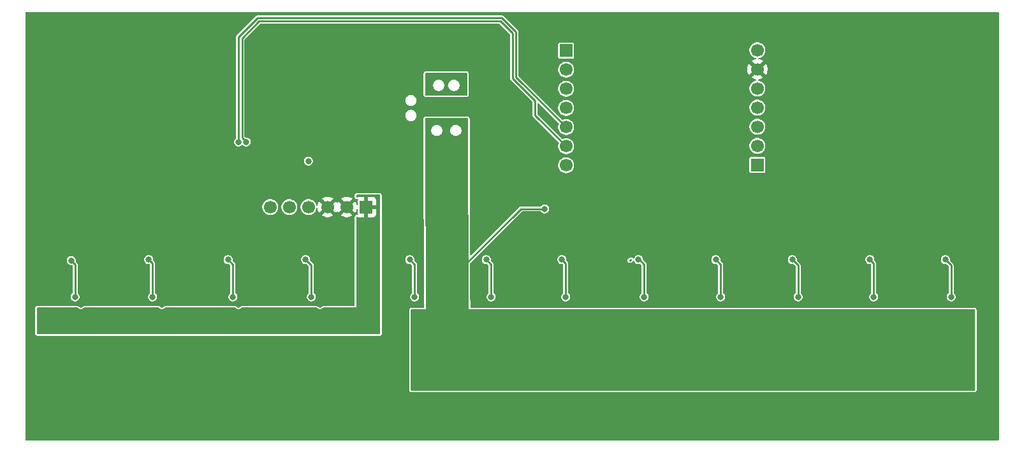
<source format=gbr>
%TF.GenerationSoftware,KiCad,Pcbnew,9.0.1*%
%TF.CreationDate,2025-04-11T12:37:24-04:00*%
%TF.ProjectId,Pneumatactors_1Xiao_3Pumps_8Valves,506e6575-6d61-4746-9163-746f72735f31,rev?*%
%TF.SameCoordinates,Original*%
%TF.FileFunction,Copper,L2,Bot*%
%TF.FilePolarity,Positive*%
%FSLAX46Y46*%
G04 Gerber Fmt 4.6, Leading zero omitted, Abs format (unit mm)*
G04 Created by KiCad (PCBNEW 9.0.1) date 2025-04-11 12:37:24*
%MOMM*%
%LPD*%
G01*
G04 APERTURE LIST*
%TA.AperFunction,ComponentPad*%
%ADD10R,1.700000X1.700000*%
%TD*%
%TA.AperFunction,ComponentPad*%
%ADD11C,1.700000*%
%TD*%
%TA.AperFunction,ViaPad*%
%ADD12C,0.800000*%
%TD*%
%TA.AperFunction,Conductor*%
%ADD13C,0.250000*%
%TD*%
G04 APERTURE END LIST*
D10*
%TO.P,J4,1,Pin_1*%
%TO.N,3.7V*%
X59178892Y-48821892D03*
D11*
%TO.P,J4,2,Pin_2*%
%TO.N,GND*%
X56638892Y-48821892D03*
%TO.P,J4,3,Pin_3*%
X54098892Y-48821892D03*
%TO.P,J4,4,Pin_4*%
%TO.N,5V*%
X51558892Y-48821892D03*
%TO.P,J4,5,Pin_5*%
%TO.N,unconnected-(J4-Pin_5-Pad5)*%
X49018892Y-48821892D03*
%TO.P,J4,6,Pin_6*%
%TO.N,unconnected-(J4-Pin_6-Pad6)*%
X46478892Y-48821892D03*
%TD*%
D10*
%TO.P,J1,1,Pin_1*%
%TO.N,SER*%
X85775892Y-28044892D03*
D11*
%TO.P,J1,2,Pin_2*%
%TO.N,RCLK*%
X85775892Y-30584892D03*
%TO.P,J1,3,Pin_3*%
%TO.N,SRCLK*%
X85775892Y-33124892D03*
%TO.P,J1,4,Pin_4*%
%TO.N,Net-(J1-Pin_4)*%
X85775892Y-35664892D03*
%TO.P,J1,5,Pin_5*%
%TO.N,SDA*%
X85775892Y-38204892D03*
%TO.P,J1,6,Pin_6*%
%TO.N,SCL*%
X85775892Y-40744892D03*
%TO.P,J1,7,Pin_7*%
%TO.N,Net-(J1-Pin_7)*%
X85775892Y-43284892D03*
%TD*%
D10*
%TO.P,J2,1,Pin_1*%
%TO.N,Net-(J2-Pin_1)*%
X111175892Y-43233892D03*
D11*
%TO.P,J2,2,Pin_2*%
%TO.N,Net-(J2-Pin_2)*%
X111175892Y-40693892D03*
%TO.P,J2,3,Pin_3*%
%TO.N,Net-(J2-Pin_3)*%
X111175892Y-38153892D03*
%TO.P,J2,4,Pin_4*%
%TO.N,Net-(J2-Pin_4)*%
X111175892Y-35613892D03*
%TO.P,J2,5,Pin_5*%
%TO.N,3V3*%
X111175892Y-33073892D03*
%TO.P,J2,6,Pin_6*%
%TO.N,GND*%
X111175892Y-30533892D03*
%TO.P,J2,7,Pin_7*%
%TO.N,5V*%
X111175892Y-27993892D03*
%TD*%
D12*
%TO.N,5V*%
X70862892Y-41455892D03*
X130552892Y-66855892D03*
X122297892Y-70665892D03*
X51558892Y-42725892D03*
X79752892Y-66855892D03*
X81022892Y-70030892D03*
X139442892Y-67490892D03*
X68322892Y-45265892D03*
X70862892Y-71300892D03*
X70227892Y-64950892D03*
X131822892Y-69395892D03*
X70862892Y-66855892D03*
X90547892Y-70030892D03*
X82927892Y-49075892D03*
X90547892Y-66855892D03*
X100707892Y-66855892D03*
X71497892Y-45900892D03*
X110867892Y-70030892D03*
X110232892Y-66855892D03*
X119757892Y-66855892D03*
X100707892Y-70665892D03*
X68322892Y-41455892D03*
%TO.N,3.7V*%
X24634892Y-63934892D03*
X56384892Y-63934892D03*
X59178892Y-53647892D03*
X35175892Y-63934892D03*
X41017892Y-63934892D03*
X16252892Y-63934892D03*
X30603892Y-63934892D03*
X59178892Y-63934892D03*
X36699892Y-63934892D03*
X26285892Y-63934892D03*
X59178892Y-55933892D03*
X59178892Y-51869892D03*
X46224892Y-63934892D03*
X20189892Y-63934892D03*
%TO.N,GND*%
X105787892Y-76380892D03*
X53082892Y-61775892D03*
X16887892Y-52885892D03*
X88007892Y-29390892D03*
X75307892Y-41455892D03*
X141982892Y-73840892D03*
X33397892Y-26215892D03*
X107057892Y-61775892D03*
X115947892Y-77015892D03*
X72767892Y-28755892D03*
X96262892Y-76380892D03*
X32127892Y-61775892D03*
X86737892Y-76380892D03*
X65147892Y-76380892D03*
X21332892Y-61775892D03*
X64512892Y-65585892D03*
X21967892Y-33835892D03*
X137537892Y-61775892D03*
X14986000Y-72898000D03*
X140712892Y-42090892D03*
X140712892Y-24310892D03*
X126107892Y-77015892D03*
X81657892Y-24945892D03*
X77847892Y-35740892D03*
X56892892Y-73205892D03*
X51812892Y-75745892D03*
X59432892Y-72570892D03*
X119757892Y-43360892D03*
X35937892Y-73205892D03*
X54987892Y-33200892D03*
X136902892Y-75745892D03*
X132457892Y-35105892D03*
X127377892Y-61775892D03*
X97532892Y-40820892D03*
X35937892Y-31295892D03*
X122932892Y-26215892D03*
X88007892Y-31930892D03*
X63242892Y-28755892D03*
X86737892Y-61775892D03*
X28952892Y-39550892D03*
X66417892Y-61775892D03*
X83562892Y-29390892D03*
X42287892Y-61775892D03*
X76577892Y-61775892D03*
X64512892Y-67490892D03*
X96897892Y-61775892D03*
X100072892Y-47805892D03*
X83562892Y-31930892D03*
X78482892Y-44630892D03*
X24507892Y-70665892D03*
X75307892Y-77015892D03*
X46097892Y-67490892D03*
X117217892Y-61775892D03*
X18157892Y-24945892D03*
X82927892Y-46535892D03*
X77847892Y-27485892D03*
%TO.N,SDA*%
X42287892Y-40185892D03*
%TO.N,SCL*%
X43287895Y-40185892D03*
%TO.N,Net-(Q3-G)*%
X115820892Y-55806892D03*
X116582892Y-60759892D03*
%TO.N,Net-(Q4-G)*%
X105660892Y-55806892D03*
X106295892Y-60759892D03*
%TO.N,Net-(Q5-G)*%
X96135892Y-60759892D03*
X95373892Y-55806892D03*
%TO.N,Net-(Q6-G)*%
X85721892Y-60759892D03*
X85213892Y-55806892D03*
%TO.N,Net-(Q1-G)*%
X136140892Y-55806892D03*
X136902892Y-60759892D03*
%TO.N,Net-(Q2-G)*%
X126615892Y-60759892D03*
X126107892Y-55806892D03*
%TO.N,Net-(Q7-G)*%
X75815892Y-60759892D03*
X75180892Y-55806892D03*
%TO.N,Net-(Q8-G)*%
X65020892Y-55806892D03*
X65655892Y-60759892D03*
%TO.N,Net-(Q9-G)*%
X51177892Y-55806892D03*
X51939892Y-60759892D03*
%TO.N,Net-(Q10-G)*%
X41525892Y-60759892D03*
X40890892Y-55806892D03*
%TO.N,Net-(Q11-G)*%
X30857892Y-60759892D03*
X30349892Y-55806892D03*
%TO.N,Net-(Q12-G)*%
X20570892Y-60759892D03*
X20062892Y-55933892D03*
%TD*%
D13*
%TO.N,5V*%
X70227892Y-58600892D02*
X70227892Y-64950892D01*
X82927892Y-49075892D02*
X79752892Y-49075892D01*
X79752892Y-49075892D02*
X70227892Y-58600892D01*
%TO.N,SDA*%
X79117892Y-25580892D02*
X79117892Y-31546892D01*
X42287892Y-26215892D02*
X44827892Y-23675892D01*
X42287892Y-40185892D02*
X42287892Y-26215892D01*
X44827892Y-23675892D02*
X77212892Y-23675892D01*
X79117892Y-31546892D02*
X85775892Y-38204892D01*
X77212892Y-23675892D02*
X79117892Y-25580892D01*
%TO.N,SCL*%
X43287895Y-40185892D02*
X43013892Y-39911889D01*
X42738892Y-39610172D02*
X42738892Y-26402702D01*
X43013892Y-39911889D02*
X43013892Y-39885172D01*
X78666892Y-25767702D02*
X78666892Y-31733702D01*
X45014702Y-24126892D02*
X77026082Y-24126892D01*
X77026082Y-24126892D02*
X78666892Y-25767702D01*
X78666892Y-31733702D02*
X81657892Y-34724702D01*
X43013892Y-39885172D02*
X42738892Y-39610172D01*
X81657892Y-34724702D02*
X81657892Y-36626892D01*
X42738892Y-26402702D02*
X45014702Y-24126892D01*
X81657892Y-36626892D02*
X85775892Y-40744892D01*
%TO.N,Net-(Q3-G)*%
X116582892Y-56568892D02*
X115820892Y-55806892D01*
X116582892Y-60759892D02*
X116582892Y-56568892D01*
%TO.N,Net-(Q4-G)*%
X106295892Y-60759892D02*
X106295892Y-56441892D01*
X106295892Y-56441892D02*
X105660892Y-55806892D01*
%TO.N,Net-(Q5-G)*%
X95500892Y-55806892D02*
X95373892Y-55806892D01*
X96135892Y-56441892D02*
X95500892Y-55806892D01*
X96135892Y-60759892D02*
X96135892Y-56441892D01*
X94357892Y-55806892D02*
X94230892Y-55933892D01*
%TO.N,Net-(Q6-G)*%
X85721892Y-60759892D02*
X85721892Y-56314892D01*
X85721892Y-56314892D02*
X85213892Y-55806892D01*
%TO.N,Net-(Q1-G)*%
X136902892Y-60759892D02*
X136902892Y-56568892D01*
X136902892Y-56568892D02*
X136140892Y-55806892D01*
%TO.N,Net-(Q2-G)*%
X126615892Y-56314892D02*
X126107892Y-55806892D01*
X126615892Y-60759892D02*
X126615892Y-56314892D01*
%TO.N,Net-(Q7-G)*%
X75815892Y-56441892D02*
X75180892Y-55806892D01*
X75815892Y-60759892D02*
X75815892Y-56441892D01*
%TO.N,Net-(Q8-G)*%
X65655892Y-56441892D02*
X65020892Y-55806892D01*
X65655892Y-60759892D02*
X65655892Y-56441892D01*
%TO.N,Net-(Q9-G)*%
X51939892Y-60759892D02*
X51939892Y-56568892D01*
X51939892Y-56568892D02*
X51177892Y-55806892D01*
%TO.N,Net-(Q10-G)*%
X41525892Y-56441892D02*
X40890892Y-55806892D01*
X41525892Y-60759892D02*
X41525892Y-56441892D01*
%TO.N,Net-(Q11-G)*%
X30857892Y-60759892D02*
X30857892Y-56314892D01*
X30857892Y-56314892D02*
X30349892Y-55806892D01*
%TO.N,Net-(Q12-G)*%
X20570892Y-60759892D02*
X20570892Y-56441892D01*
X20570892Y-56441892D02*
X20062892Y-55933892D01*
%TD*%
%TA.AperFunction,Conductor*%
%TO.N,3.7V*%
G36*
X61052493Y-47191457D02*
G01*
X61082557Y-47243528D01*
X61083892Y-47258792D01*
X61083892Y-65624992D01*
X61063327Y-65681493D01*
X61011256Y-65711557D01*
X60995992Y-65712892D01*
X15578792Y-65712892D01*
X15522291Y-65692327D01*
X15492227Y-65640256D01*
X15490892Y-65624992D01*
X15490892Y-62244792D01*
X15511457Y-62188291D01*
X15563528Y-62158227D01*
X15578792Y-62156892D01*
X20828246Y-62156892D01*
X20884747Y-62177457D01*
X20890401Y-62182637D01*
X20964176Y-62256412D01*
X21101108Y-62335469D01*
X21101110Y-62335469D01*
X21101111Y-62335470D01*
X21253835Y-62376392D01*
X21411948Y-62376392D01*
X21411949Y-62376392D01*
X21564676Y-62335469D01*
X21701608Y-62256412D01*
X21775383Y-62182637D01*
X21829877Y-62157226D01*
X21837538Y-62156892D01*
X31623246Y-62156892D01*
X31679747Y-62177457D01*
X31685401Y-62182637D01*
X31759176Y-62256412D01*
X31896108Y-62335469D01*
X31896110Y-62335469D01*
X31896111Y-62335470D01*
X32048835Y-62376392D01*
X32206948Y-62376392D01*
X32206949Y-62376392D01*
X32359676Y-62335469D01*
X32496608Y-62256412D01*
X32570383Y-62182637D01*
X32624877Y-62157226D01*
X32632538Y-62156892D01*
X41783246Y-62156892D01*
X41839747Y-62177457D01*
X41845401Y-62182637D01*
X41919176Y-62256412D01*
X42056108Y-62335469D01*
X42056110Y-62335469D01*
X42056111Y-62335470D01*
X42208835Y-62376392D01*
X42366948Y-62376392D01*
X42366949Y-62376392D01*
X42519676Y-62335469D01*
X42656608Y-62256412D01*
X42730383Y-62182637D01*
X42784877Y-62157226D01*
X42792538Y-62156892D01*
X52578246Y-62156892D01*
X52634747Y-62177457D01*
X52640401Y-62182637D01*
X52714176Y-62256412D01*
X52851108Y-62335469D01*
X52851110Y-62335469D01*
X52851111Y-62335470D01*
X53003835Y-62376392D01*
X53161948Y-62376392D01*
X53161949Y-62376392D01*
X53314676Y-62335469D01*
X53451608Y-62256412D01*
X53525383Y-62182637D01*
X53579877Y-62157226D01*
X53587538Y-62156892D01*
X57908891Y-62156892D01*
X57908892Y-62156892D01*
X57908892Y-50157664D01*
X57929457Y-50101163D01*
X57981528Y-50071099D01*
X58040742Y-50081540D01*
X58049469Y-50087297D01*
X58086801Y-50115244D01*
X58221517Y-50165491D01*
X58281055Y-50171891D01*
X58281065Y-50171892D01*
X58928891Y-50171892D01*
X58928892Y-50171891D01*
X58928892Y-49254904D01*
X58985899Y-49287817D01*
X59113066Y-49321892D01*
X59244718Y-49321892D01*
X59371885Y-49287817D01*
X59428892Y-49254904D01*
X59428892Y-50171891D01*
X59428893Y-50171892D01*
X60076719Y-50171892D01*
X60076728Y-50171891D01*
X60136266Y-50165491D01*
X60270982Y-50115244D01*
X60386078Y-50029083D01*
X60386083Y-50029078D01*
X60472244Y-49913982D01*
X60522491Y-49779266D01*
X60528891Y-49719728D01*
X60528892Y-49719719D01*
X60528892Y-49071893D01*
X60528891Y-49071892D01*
X59611904Y-49071892D01*
X59644817Y-49014885D01*
X59678892Y-48887718D01*
X59678892Y-48756066D01*
X59644817Y-48628899D01*
X59611904Y-48571892D01*
X60528891Y-48571892D01*
X60528892Y-48571891D01*
X60528892Y-47924064D01*
X60528891Y-47924055D01*
X60522491Y-47864517D01*
X60472244Y-47729801D01*
X60386083Y-47614705D01*
X60386078Y-47614700D01*
X60270982Y-47528539D01*
X60136266Y-47478292D01*
X60076728Y-47471892D01*
X59428893Y-47471892D01*
X59428892Y-47471893D01*
X59428892Y-48388880D01*
X59371885Y-48355967D01*
X59244718Y-48321892D01*
X59113066Y-48321892D01*
X58985899Y-48355967D01*
X58928892Y-48388880D01*
X58928892Y-47471893D01*
X58928891Y-47471892D01*
X58281055Y-47471892D01*
X58221517Y-47478292D01*
X58086801Y-47528539D01*
X58049469Y-47556487D01*
X57991914Y-47573885D01*
X57936641Y-47550216D01*
X57909514Y-47496556D01*
X57908892Y-47486120D01*
X57908892Y-47258792D01*
X57929457Y-47202291D01*
X57981528Y-47172227D01*
X57996792Y-47170892D01*
X60995992Y-47170892D01*
X61052493Y-47191457D01*
G37*
%TD.AperFunction*%
%TD*%
%TA.AperFunction,Conductor*%
%TO.N,5V*%
G36*
X67131892Y-63955892D02*
G01*
X72846892Y-63955892D01*
X72841616Y-62410892D01*
X139989992Y-62410892D01*
X140046493Y-62431457D01*
X140076557Y-62483528D01*
X140077892Y-62498792D01*
X140077892Y-73117992D01*
X140057327Y-73174493D01*
X140005256Y-73204557D01*
X139989992Y-73205892D01*
X65235792Y-73205892D01*
X65179291Y-73185327D01*
X65149227Y-73133256D01*
X65147892Y-73117992D01*
X65147892Y-62498792D01*
X65168457Y-62442291D01*
X65220528Y-62412227D01*
X65235792Y-62410892D01*
X67126615Y-62410892D01*
X67126616Y-62410892D01*
X67131892Y-63955892D01*
G37*
%TD.AperFunction*%
%TD*%
%TA.AperFunction,Conductor*%
%TO.N,GND*%
G36*
X143220993Y-22934957D02*
G01*
X143251057Y-22987028D01*
X143252392Y-23002292D01*
X143252392Y-79721492D01*
X143231827Y-79777993D01*
X143179756Y-79808057D01*
X143164492Y-79809392D01*
X14055292Y-79809392D01*
X13998791Y-79788827D01*
X13968727Y-79736756D01*
X13967392Y-79721492D01*
X13967392Y-62244789D01*
X15285392Y-62244789D01*
X15285392Y-62244792D01*
X15285392Y-65624992D01*
X15285844Y-65635358D01*
X15286173Y-65642905D01*
X15287507Y-65658159D01*
X15314258Y-65743004D01*
X15314261Y-65743011D01*
X15344322Y-65795076D01*
X15344322Y-65795077D01*
X15375178Y-65835812D01*
X15375184Y-65835817D01*
X15452003Y-65885432D01*
X15452010Y-65885435D01*
X15508500Y-65905996D01*
X15508501Y-65905996D01*
X15508506Y-65905998D01*
X15508512Y-65905999D01*
X15508516Y-65906000D01*
X15564512Y-65915874D01*
X15578792Y-65918392D01*
X15578797Y-65918392D01*
X60995981Y-65918392D01*
X60995992Y-65918392D01*
X61013897Y-65917611D01*
X61029161Y-65916276D01*
X61114008Y-65889524D01*
X61166079Y-65859460D01*
X61206814Y-65828604D01*
X61256433Y-65751779D01*
X61276998Y-65695278D01*
X61289392Y-65624992D01*
X61289392Y-62498789D01*
X64942392Y-62498789D01*
X64942392Y-62498792D01*
X64942392Y-73117992D01*
X64942844Y-73128358D01*
X64943173Y-73135905D01*
X64944507Y-73151159D01*
X64971258Y-73236004D01*
X64971261Y-73236011D01*
X65001322Y-73288076D01*
X65001322Y-73288077D01*
X65032178Y-73328812D01*
X65032184Y-73328817D01*
X65109003Y-73378432D01*
X65109010Y-73378435D01*
X65165500Y-73398996D01*
X65165501Y-73398996D01*
X65165506Y-73398998D01*
X65165512Y-73398999D01*
X65165516Y-73399000D01*
X65221512Y-73408874D01*
X65235792Y-73411392D01*
X65235797Y-73411392D01*
X139989981Y-73411392D01*
X139989992Y-73411392D01*
X140007897Y-73410611D01*
X140023161Y-73409276D01*
X140108008Y-73382524D01*
X140160079Y-73352460D01*
X140200814Y-73321604D01*
X140250433Y-73244779D01*
X140270998Y-73188278D01*
X140283392Y-73117992D01*
X140283392Y-62498792D01*
X140282611Y-62480887D01*
X140281276Y-62465623D01*
X140254524Y-62380776D01*
X140224460Y-62328705D01*
X140199069Y-62295184D01*
X140193605Y-62287971D01*
X140193599Y-62287966D01*
X140116780Y-62238351D01*
X140116773Y-62238348D01*
X140060283Y-62217787D01*
X140060267Y-62217783D01*
X139990002Y-62205393D01*
X139989995Y-62205392D01*
X139989992Y-62205392D01*
X139989987Y-62205392D01*
X73134014Y-62205392D01*
X73077513Y-62184827D01*
X73047449Y-62132756D01*
X73046115Y-62117792D01*
X73039821Y-60274614D01*
X73026246Y-56299571D01*
X73046617Y-56243003D01*
X73051979Y-56237130D01*
X73561274Y-55727835D01*
X74580392Y-55727835D01*
X74580392Y-55885949D01*
X74581756Y-55891039D01*
X74621313Y-56038672D01*
X74621314Y-56038673D01*
X74621315Y-56038676D01*
X74700372Y-56175608D01*
X74812176Y-56287412D01*
X74949108Y-56366469D01*
X74949110Y-56366469D01*
X74949111Y-56366470D01*
X75101835Y-56407392D01*
X75259950Y-56407392D01*
X75265662Y-56406640D01*
X75265867Y-56408200D01*
X75287819Y-56410121D01*
X75319019Y-56412847D01*
X75319025Y-56412851D01*
X75319028Y-56412852D01*
X75344035Y-56430361D01*
X75464647Y-56550973D01*
X75490058Y-56605467D01*
X75490392Y-56613128D01*
X75490392Y-60203671D01*
X75469827Y-60260172D01*
X75451507Y-60275546D01*
X75451750Y-60275862D01*
X75447175Y-60279372D01*
X75335374Y-60391172D01*
X75256313Y-60528111D01*
X75215392Y-60680835D01*
X75215392Y-60838948D01*
X75256313Y-60991672D01*
X75256314Y-60991675D01*
X75256315Y-60991676D01*
X75335372Y-61128608D01*
X75447176Y-61240412D01*
X75584108Y-61319469D01*
X75584110Y-61319469D01*
X75584111Y-61319470D01*
X75736835Y-61360392D01*
X75894948Y-61360392D01*
X75894949Y-61360392D01*
X76047676Y-61319469D01*
X76184608Y-61240412D01*
X76296412Y-61128608D01*
X76375469Y-60991676D01*
X76416392Y-60838949D01*
X76416392Y-60680835D01*
X76375469Y-60528108D01*
X76296412Y-60391176D01*
X76296410Y-60391174D01*
X76296409Y-60391172D01*
X76184608Y-60279372D01*
X76180034Y-60275862D01*
X76180991Y-60274614D01*
X76146689Y-60233723D01*
X76141392Y-60203671D01*
X76141392Y-56491837D01*
X76141393Y-56491824D01*
X76141393Y-56399040D01*
X76136498Y-56380772D01*
X76119210Y-56316254D01*
X76119206Y-56316247D01*
X76114691Y-56308426D01*
X76114690Y-56308426D01*
X76076357Y-56242030D01*
X76076355Y-56242028D01*
X76076354Y-56242026D01*
X76012685Y-56178358D01*
X76012684Y-56178358D01*
X75804361Y-55970035D01*
X75778950Y-55915541D01*
X75781036Y-55891714D01*
X75780640Y-55891662D01*
X75781392Y-55885950D01*
X75781392Y-55727835D01*
X84613392Y-55727835D01*
X84613392Y-55885949D01*
X84614756Y-55891039D01*
X84654313Y-56038672D01*
X84654314Y-56038673D01*
X84654315Y-56038676D01*
X84733372Y-56175608D01*
X84845176Y-56287412D01*
X84982108Y-56366469D01*
X84982110Y-56366469D01*
X84982111Y-56366470D01*
X85134835Y-56407392D01*
X85292946Y-56407392D01*
X85292949Y-56407392D01*
X85292951Y-56407391D01*
X85297016Y-56406856D01*
X85355718Y-56419868D01*
X85392323Y-56467569D01*
X85396392Y-56494004D01*
X85396392Y-60203671D01*
X85375827Y-60260172D01*
X85357507Y-60275546D01*
X85357750Y-60275862D01*
X85353175Y-60279372D01*
X85241374Y-60391172D01*
X85162313Y-60528111D01*
X85121392Y-60680835D01*
X85121392Y-60838948D01*
X85162313Y-60991672D01*
X85162314Y-60991675D01*
X85162315Y-60991676D01*
X85241372Y-61128608D01*
X85353176Y-61240412D01*
X85490108Y-61319469D01*
X85490110Y-61319469D01*
X85490111Y-61319470D01*
X85642835Y-61360392D01*
X85800948Y-61360392D01*
X85800949Y-61360392D01*
X85953676Y-61319469D01*
X86090608Y-61240412D01*
X86202412Y-61128608D01*
X86281469Y-60991676D01*
X86322392Y-60838949D01*
X86322392Y-60680835D01*
X86281469Y-60528108D01*
X86202412Y-60391176D01*
X86202410Y-60391174D01*
X86202409Y-60391172D01*
X86090608Y-60279372D01*
X86086034Y-60275862D01*
X86086991Y-60274614D01*
X86052689Y-60233723D01*
X86047392Y-60203671D01*
X86047392Y-56272039D01*
X86025211Y-56189257D01*
X86025210Y-56189256D01*
X86025210Y-56189254D01*
X85982357Y-56115030D01*
X85921754Y-56054427D01*
X85837361Y-55970034D01*
X85827094Y-55948017D01*
X85813868Y-55927649D01*
X85814003Y-55919943D01*
X85811950Y-55915540D01*
X85812272Y-55897163D01*
X85813020Y-55891065D01*
X85813027Y-55891039D01*
X93905392Y-55891039D01*
X93905392Y-55976744D01*
X93927573Y-56059529D01*
X93959616Y-56115030D01*
X93970427Y-56133754D01*
X94031030Y-56194357D01*
X94105253Y-56237210D01*
X94188039Y-56259392D01*
X94273744Y-56259392D01*
X94273745Y-56259392D01*
X94356531Y-56237210D01*
X94430754Y-56194357D01*
X94618357Y-56006754D01*
X94640253Y-55968830D01*
X94686310Y-55930182D01*
X94746437Y-55930182D01*
X94792498Y-55968830D01*
X94801280Y-55990030D01*
X94808952Y-56018662D01*
X94814315Y-56038676D01*
X94893372Y-56175608D01*
X95005176Y-56287412D01*
X95142108Y-56366469D01*
X95142110Y-56366469D01*
X95142111Y-56366470D01*
X95294835Y-56407392D01*
X95452947Y-56407392D01*
X95452949Y-56407392D01*
X95552293Y-56380772D01*
X95612188Y-56386012D01*
X95637193Y-56403520D01*
X95718419Y-56484745D01*
X95784647Y-56550973D01*
X95810058Y-56605467D01*
X95810392Y-56613128D01*
X95810392Y-60203671D01*
X95789827Y-60260172D01*
X95771507Y-60275546D01*
X95771750Y-60275862D01*
X95767175Y-60279372D01*
X95655374Y-60391172D01*
X95576313Y-60528111D01*
X95535392Y-60680835D01*
X95535392Y-60838948D01*
X95576313Y-60991672D01*
X95576314Y-60991675D01*
X95576315Y-60991676D01*
X95655372Y-61128608D01*
X95767176Y-61240412D01*
X95904108Y-61319469D01*
X95904110Y-61319469D01*
X95904111Y-61319470D01*
X96056835Y-61360392D01*
X96214948Y-61360392D01*
X96214949Y-61360392D01*
X96367676Y-61319469D01*
X96504608Y-61240412D01*
X96616412Y-61128608D01*
X96695469Y-60991676D01*
X96736392Y-60838949D01*
X96736392Y-60680835D01*
X96695469Y-60528108D01*
X96616412Y-60391176D01*
X96616410Y-60391174D01*
X96616409Y-60391172D01*
X96504608Y-60279372D01*
X96500034Y-60275862D01*
X96500991Y-60274614D01*
X96466689Y-60233723D01*
X96461392Y-60203671D01*
X96461392Y-56491837D01*
X96461393Y-56491824D01*
X96461393Y-56399040D01*
X96456498Y-56380772D01*
X96439210Y-56316254D01*
X96439206Y-56316247D01*
X96434691Y-56308426D01*
X96434690Y-56308426D01*
X96396357Y-56242030D01*
X96396355Y-56242028D01*
X96396354Y-56242026D01*
X96332685Y-56178358D01*
X96332684Y-56178358D01*
X96000137Y-55845810D01*
X95992026Y-55828418D01*
X95979693Y-55813719D01*
X95976361Y-55794822D01*
X95974726Y-55791316D01*
X95974392Y-55783655D01*
X95974392Y-55727835D01*
X105060392Y-55727835D01*
X105060392Y-55885949D01*
X105061756Y-55891039D01*
X105101313Y-56038672D01*
X105101314Y-56038673D01*
X105101315Y-56038676D01*
X105180372Y-56175608D01*
X105292176Y-56287412D01*
X105429108Y-56366469D01*
X105429110Y-56366469D01*
X105429111Y-56366470D01*
X105581835Y-56407392D01*
X105739950Y-56407392D01*
X105745662Y-56406640D01*
X105745867Y-56408200D01*
X105767819Y-56410121D01*
X105799019Y-56412847D01*
X105799025Y-56412851D01*
X105799028Y-56412852D01*
X105824035Y-56430361D01*
X105944647Y-56550973D01*
X105970058Y-56605467D01*
X105970392Y-56613128D01*
X105970392Y-60203671D01*
X105949827Y-60260172D01*
X105931507Y-60275546D01*
X105931750Y-60275862D01*
X105927175Y-60279372D01*
X105815374Y-60391172D01*
X105736313Y-60528111D01*
X105695392Y-60680835D01*
X105695392Y-60838948D01*
X105736313Y-60991672D01*
X105736314Y-60991675D01*
X105736315Y-60991676D01*
X105815372Y-61128608D01*
X105927176Y-61240412D01*
X106064108Y-61319469D01*
X106064110Y-61319469D01*
X106064111Y-61319470D01*
X106216835Y-61360392D01*
X106374948Y-61360392D01*
X106374949Y-61360392D01*
X106527676Y-61319469D01*
X106664608Y-61240412D01*
X106776412Y-61128608D01*
X106855469Y-60991676D01*
X106896392Y-60838949D01*
X106896392Y-60680835D01*
X106855469Y-60528108D01*
X106776412Y-60391176D01*
X106776410Y-60391174D01*
X106776409Y-60391172D01*
X106664608Y-60279372D01*
X106660034Y-60275862D01*
X106660991Y-60274614D01*
X106626689Y-60233723D01*
X106621392Y-60203671D01*
X106621392Y-56491837D01*
X106621393Y-56491824D01*
X106621393Y-56399040D01*
X106616498Y-56380772D01*
X106599210Y-56316254D01*
X106599206Y-56316247D01*
X106594691Y-56308426D01*
X106594690Y-56308426D01*
X106556357Y-56242030D01*
X106556355Y-56242028D01*
X106556354Y-56242026D01*
X106492685Y-56178358D01*
X106492684Y-56178358D01*
X106284361Y-55970035D01*
X106258950Y-55915541D01*
X106261036Y-55891714D01*
X106260640Y-55891662D01*
X106261392Y-55885950D01*
X106261392Y-55727835D01*
X115220392Y-55727835D01*
X115220392Y-55885949D01*
X115221756Y-55891039D01*
X115261313Y-56038672D01*
X115261314Y-56038673D01*
X115261315Y-56038676D01*
X115340372Y-56175608D01*
X115452176Y-56287412D01*
X115589108Y-56366469D01*
X115589110Y-56366469D01*
X115589111Y-56366470D01*
X115741835Y-56407392D01*
X115899950Y-56407392D01*
X115905662Y-56406640D01*
X115905867Y-56408203D01*
X115959019Y-56412847D01*
X115984035Y-56430361D01*
X116231647Y-56677973D01*
X116257058Y-56732467D01*
X116257392Y-56740128D01*
X116257392Y-60203671D01*
X116236827Y-60260172D01*
X116218507Y-60275546D01*
X116218750Y-60275862D01*
X116214175Y-60279372D01*
X116102374Y-60391172D01*
X116023313Y-60528111D01*
X115982392Y-60680835D01*
X115982392Y-60838948D01*
X116023313Y-60991672D01*
X116023314Y-60991675D01*
X116023315Y-60991676D01*
X116102372Y-61128608D01*
X116214176Y-61240412D01*
X116351108Y-61319469D01*
X116351110Y-61319469D01*
X116351111Y-61319470D01*
X116503835Y-61360392D01*
X116661948Y-61360392D01*
X116661949Y-61360392D01*
X116814676Y-61319469D01*
X116951608Y-61240412D01*
X117063412Y-61128608D01*
X117142469Y-60991676D01*
X117183392Y-60838949D01*
X117183392Y-60680835D01*
X117142469Y-60528108D01*
X117063412Y-60391176D01*
X117063410Y-60391174D01*
X117063409Y-60391172D01*
X116951608Y-60279372D01*
X116947034Y-60275862D01*
X116947991Y-60274614D01*
X116913689Y-60233723D01*
X116908392Y-60203671D01*
X116908392Y-56618837D01*
X116908393Y-56618824D01*
X116908393Y-56526038D01*
X116886210Y-56443251D01*
X116868545Y-56412657D01*
X116868543Y-56412655D01*
X116864783Y-56406142D01*
X116843357Y-56369030D01*
X116782754Y-56308427D01*
X116782751Y-56308425D01*
X116444361Y-55970035D01*
X116418950Y-55915541D01*
X116421036Y-55891714D01*
X116420640Y-55891662D01*
X116421392Y-55885950D01*
X116421392Y-55727835D01*
X125507392Y-55727835D01*
X125507392Y-55885949D01*
X125508756Y-55891039D01*
X125548313Y-56038672D01*
X125548314Y-56038673D01*
X125548315Y-56038676D01*
X125627372Y-56175608D01*
X125739176Y-56287412D01*
X125876108Y-56366469D01*
X125876110Y-56366469D01*
X125876111Y-56366470D01*
X126028835Y-56407392D01*
X126186946Y-56407392D01*
X126186949Y-56407392D01*
X126186951Y-56407391D01*
X126191016Y-56406856D01*
X126249718Y-56419868D01*
X126286323Y-56467569D01*
X126290392Y-56494004D01*
X126290392Y-60203671D01*
X126269827Y-60260172D01*
X126251507Y-60275546D01*
X126251750Y-60275862D01*
X126247175Y-60279372D01*
X126135374Y-60391172D01*
X126056313Y-60528111D01*
X126015392Y-60680835D01*
X126015392Y-60838948D01*
X126056313Y-60991672D01*
X126056314Y-60991675D01*
X126056315Y-60991676D01*
X126135372Y-61128608D01*
X126247176Y-61240412D01*
X126384108Y-61319469D01*
X126384110Y-61319469D01*
X126384111Y-61319470D01*
X126536835Y-61360392D01*
X126694948Y-61360392D01*
X126694949Y-61360392D01*
X126847676Y-61319469D01*
X126984608Y-61240412D01*
X127096412Y-61128608D01*
X127175469Y-60991676D01*
X127216392Y-60838949D01*
X127216392Y-60680835D01*
X127175469Y-60528108D01*
X127096412Y-60391176D01*
X127096410Y-60391174D01*
X127096409Y-60391172D01*
X126984608Y-60279372D01*
X126980034Y-60275862D01*
X126980991Y-60274614D01*
X126946689Y-60233723D01*
X126941392Y-60203671D01*
X126941392Y-56272039D01*
X126919211Y-56189257D01*
X126919210Y-56189256D01*
X126919210Y-56189254D01*
X126876357Y-56115030D01*
X126815754Y-56054427D01*
X126731361Y-55970034D01*
X126705950Y-55915540D01*
X126708036Y-55891714D01*
X126707640Y-55891662D01*
X126708392Y-55885950D01*
X126708392Y-55727835D01*
X135540392Y-55727835D01*
X135540392Y-55885949D01*
X135541756Y-55891039D01*
X135581313Y-56038672D01*
X135581314Y-56038673D01*
X135581315Y-56038676D01*
X135660372Y-56175608D01*
X135772176Y-56287412D01*
X135909108Y-56366469D01*
X135909110Y-56366469D01*
X135909111Y-56366470D01*
X136061835Y-56407392D01*
X136219950Y-56407392D01*
X136225662Y-56406640D01*
X136225867Y-56408203D01*
X136279019Y-56412847D01*
X136304035Y-56430361D01*
X136551647Y-56677973D01*
X136577058Y-56732467D01*
X136577392Y-56740128D01*
X136577392Y-60203671D01*
X136556827Y-60260172D01*
X136538507Y-60275546D01*
X136538750Y-60275862D01*
X136534175Y-60279372D01*
X136422374Y-60391172D01*
X136343313Y-60528111D01*
X136302392Y-60680835D01*
X136302392Y-60838948D01*
X136343313Y-60991672D01*
X136343314Y-60991675D01*
X136343315Y-60991676D01*
X136422372Y-61128608D01*
X136534176Y-61240412D01*
X136671108Y-61319469D01*
X136671110Y-61319469D01*
X136671111Y-61319470D01*
X136823835Y-61360392D01*
X136981948Y-61360392D01*
X136981949Y-61360392D01*
X137134676Y-61319469D01*
X137271608Y-61240412D01*
X137383412Y-61128608D01*
X137462469Y-60991676D01*
X137503392Y-60838949D01*
X137503392Y-60680835D01*
X137462469Y-60528108D01*
X137383412Y-60391176D01*
X137383410Y-60391174D01*
X137383409Y-60391172D01*
X137271608Y-60279372D01*
X137267034Y-60275862D01*
X137267991Y-60274614D01*
X137233689Y-60233723D01*
X137228392Y-60203671D01*
X137228392Y-56618837D01*
X137228393Y-56618824D01*
X137228393Y-56526038D01*
X137206210Y-56443251D01*
X137188545Y-56412657D01*
X137188543Y-56412655D01*
X137184783Y-56406142D01*
X137163357Y-56369030D01*
X137102754Y-56308427D01*
X137102751Y-56308425D01*
X136764361Y-55970035D01*
X136738950Y-55915541D01*
X136741036Y-55891714D01*
X136740640Y-55891662D01*
X136741392Y-55885950D01*
X136741392Y-55727835D01*
X136700470Y-55575111D01*
X136700469Y-55575110D01*
X136700469Y-55575108D01*
X136621412Y-55438176D01*
X136509608Y-55326372D01*
X136372676Y-55247315D01*
X136372675Y-55247314D01*
X136372672Y-55247313D01*
X136219949Y-55206392D01*
X136061835Y-55206392D01*
X135909111Y-55247313D01*
X135772174Y-55326373D01*
X135660373Y-55438174D01*
X135581313Y-55575111D01*
X135547285Y-55702111D01*
X135540392Y-55727835D01*
X126708392Y-55727835D01*
X126667470Y-55575111D01*
X126667469Y-55575110D01*
X126667469Y-55575108D01*
X126588412Y-55438176D01*
X126476608Y-55326372D01*
X126339676Y-55247315D01*
X126339675Y-55247314D01*
X126339672Y-55247313D01*
X126186949Y-55206392D01*
X126028835Y-55206392D01*
X125876111Y-55247313D01*
X125739174Y-55326373D01*
X125627373Y-55438174D01*
X125548313Y-55575111D01*
X125514285Y-55702111D01*
X125507392Y-55727835D01*
X116421392Y-55727835D01*
X116380470Y-55575111D01*
X116380469Y-55575110D01*
X116380469Y-55575108D01*
X116301412Y-55438176D01*
X116189608Y-55326372D01*
X116052676Y-55247315D01*
X116052675Y-55247314D01*
X116052672Y-55247313D01*
X115899949Y-55206392D01*
X115741835Y-55206392D01*
X115589111Y-55247313D01*
X115452174Y-55326373D01*
X115340373Y-55438174D01*
X115261313Y-55575111D01*
X115227285Y-55702111D01*
X115220392Y-55727835D01*
X106261392Y-55727835D01*
X106220470Y-55575111D01*
X106220469Y-55575110D01*
X106220469Y-55575108D01*
X106141412Y-55438176D01*
X106029608Y-55326372D01*
X105892676Y-55247315D01*
X105892675Y-55247314D01*
X105892672Y-55247313D01*
X105739949Y-55206392D01*
X105581835Y-55206392D01*
X105429111Y-55247313D01*
X105292174Y-55326373D01*
X105180373Y-55438174D01*
X105101313Y-55575111D01*
X105067285Y-55702111D01*
X105060392Y-55727835D01*
X95974392Y-55727835D01*
X95933470Y-55575111D01*
X95933469Y-55575110D01*
X95933469Y-55575108D01*
X95854412Y-55438176D01*
X95742608Y-55326372D01*
X95605676Y-55247315D01*
X95605675Y-55247314D01*
X95605672Y-55247313D01*
X95452949Y-55206392D01*
X95294835Y-55206392D01*
X95142111Y-55247313D01*
X95005174Y-55326373D01*
X94893373Y-55438174D01*
X94814314Y-55575110D01*
X94801280Y-55623753D01*
X94766791Y-55673006D01*
X94708713Y-55688567D01*
X94654220Y-55663156D01*
X94640251Y-55644952D01*
X94618358Y-55607032D01*
X94618357Y-55607030D01*
X94557754Y-55546427D01*
X94483531Y-55503574D01*
X94483530Y-55503573D01*
X94483529Y-55503573D01*
X94400745Y-55481392D01*
X94315039Y-55481392D01*
X94232254Y-55503573D01*
X94158032Y-55546425D01*
X93970425Y-55734032D01*
X93927573Y-55808254D01*
X93905392Y-55891039D01*
X85813027Y-55891039D01*
X85814392Y-55885949D01*
X85814392Y-55727835D01*
X85807499Y-55702111D01*
X85773470Y-55575111D01*
X85773469Y-55575110D01*
X85773469Y-55575108D01*
X85694412Y-55438176D01*
X85582608Y-55326372D01*
X85445676Y-55247315D01*
X85445675Y-55247314D01*
X85445672Y-55247313D01*
X85292949Y-55206392D01*
X85134835Y-55206392D01*
X84982111Y-55247313D01*
X84845174Y-55326373D01*
X84733373Y-55438174D01*
X84654313Y-55575111D01*
X84620285Y-55702111D01*
X84613392Y-55727835D01*
X75781392Y-55727835D01*
X75740470Y-55575111D01*
X75740469Y-55575110D01*
X75740469Y-55575108D01*
X75661412Y-55438176D01*
X75549608Y-55326372D01*
X75412676Y-55247315D01*
X75412675Y-55247314D01*
X75412672Y-55247313D01*
X75259949Y-55206392D01*
X75101835Y-55206392D01*
X74949111Y-55247313D01*
X74812174Y-55326373D01*
X74700373Y-55438174D01*
X74621313Y-55575111D01*
X74587285Y-55702111D01*
X74580392Y-55727835D01*
X73561274Y-55727835D01*
X79861974Y-49427137D01*
X79916468Y-49401726D01*
X79924129Y-49401392D01*
X82371672Y-49401392D01*
X82428173Y-49421957D01*
X82443544Y-49440277D01*
X82443862Y-49440034D01*
X82447372Y-49444608D01*
X82559172Y-49556409D01*
X82559174Y-49556410D01*
X82559176Y-49556412D01*
X82696108Y-49635469D01*
X82696110Y-49635469D01*
X82696111Y-49635470D01*
X82848835Y-49676392D01*
X83006948Y-49676392D01*
X83006949Y-49676392D01*
X83159676Y-49635469D01*
X83296608Y-49556412D01*
X83408412Y-49444608D01*
X83487469Y-49307676D01*
X83528392Y-49154949D01*
X83528392Y-48996835D01*
X83487469Y-48844108D01*
X83408412Y-48707176D01*
X83296608Y-48595372D01*
X83159676Y-48516315D01*
X83159675Y-48516314D01*
X83159672Y-48516313D01*
X83006949Y-48475392D01*
X82848835Y-48475392D01*
X82696111Y-48516313D01*
X82559172Y-48595374D01*
X82447372Y-48707175D01*
X82443862Y-48711750D01*
X82442611Y-48710790D01*
X82401739Y-48745090D01*
X82371672Y-48750392D01*
X79710039Y-48750392D01*
X79627254Y-48772573D01*
X79553032Y-48815425D01*
X73172321Y-55196134D01*
X73117827Y-55221545D01*
X73059749Y-55205982D01*
X73025261Y-55156729D01*
X73022267Y-55134285D01*
X72981454Y-43181428D01*
X84725392Y-43181428D01*
X84725392Y-43388355D01*
X84765759Y-43591303D01*
X84765761Y-43591308D01*
X84765762Y-43591312D01*
X84844951Y-43782490D01*
X84844952Y-43782492D01*
X84844953Y-43782493D01*
X84959911Y-43954542D01*
X84959912Y-43954543D01*
X84959915Y-43954547D01*
X85106237Y-44100869D01*
X85278294Y-44215833D01*
X85469472Y-44295022D01*
X85469477Y-44295023D01*
X85469480Y-44295024D01*
X85572324Y-44315480D01*
X85672427Y-44335392D01*
X85672429Y-44335392D01*
X85879355Y-44335392D01*
X85879357Y-44335392D01*
X86012228Y-44308962D01*
X86082303Y-44295024D01*
X86082304Y-44295023D01*
X86082312Y-44295022D01*
X86273490Y-44215833D01*
X86445547Y-44100869D01*
X86591869Y-43954547D01*
X86706833Y-43782490D01*
X86786022Y-43591312D01*
X86826392Y-43388357D01*
X86826392Y-43181427D01*
X86786022Y-42978472D01*
X86706833Y-42787294D01*
X86591869Y-42615237D01*
X86445547Y-42468915D01*
X86445543Y-42468912D01*
X86445542Y-42468911D01*
X86391665Y-42432912D01*
X86288747Y-42364145D01*
X110125392Y-42364145D01*
X110125392Y-44103638D01*
X110137025Y-44162124D01*
X110172911Y-44215830D01*
X110181340Y-44228444D01*
X110181343Y-44228446D01*
X110247659Y-44272758D01*
X110247661Y-44272759D01*
X110306144Y-44284392D01*
X110306146Y-44284392D01*
X112045638Y-44284392D01*
X112045640Y-44284392D01*
X112104123Y-44272759D01*
X112170444Y-44228444D01*
X112214759Y-44162123D01*
X112226392Y-44103640D01*
X112226392Y-42364144D01*
X112214759Y-42305661D01*
X112170444Y-42239340D01*
X112163039Y-42234392D01*
X112104124Y-42195025D01*
X112084628Y-42191147D01*
X112045640Y-42183392D01*
X110306144Y-42183392D01*
X110276902Y-42189208D01*
X110247659Y-42195025D01*
X110181343Y-42239337D01*
X110181337Y-42239343D01*
X110137025Y-42305659D01*
X110137025Y-42305661D01*
X110126779Y-42357174D01*
X110125392Y-42364145D01*
X86288747Y-42364145D01*
X86273493Y-42353953D01*
X86273492Y-42353952D01*
X86273490Y-42353951D01*
X86082312Y-42274762D01*
X86082308Y-42274761D01*
X86082303Y-42274759D01*
X85929576Y-42244381D01*
X85879357Y-42234392D01*
X85672427Y-42234392D01*
X85627736Y-42243281D01*
X85469480Y-42274759D01*
X85469475Y-42274761D01*
X85469473Y-42274761D01*
X85469472Y-42274762D01*
X85278294Y-42353951D01*
X85278292Y-42353951D01*
X85278290Y-42353953D01*
X85106241Y-42468911D01*
X84959911Y-42615241D01*
X84844953Y-42787290D01*
X84844951Y-42787292D01*
X84844951Y-42787294D01*
X84837638Y-42804949D01*
X84765761Y-42978475D01*
X84765759Y-42978480D01*
X84725392Y-43181428D01*
X72981454Y-43181428D01*
X72960681Y-37097790D01*
X72959870Y-37080245D01*
X72958536Y-37065281D01*
X72931815Y-36980776D01*
X72901751Y-36928705D01*
X72876904Y-36895902D01*
X72870896Y-36887971D01*
X72870890Y-36887966D01*
X72794071Y-36838351D01*
X72794064Y-36838348D01*
X72737574Y-36817787D01*
X72737558Y-36817783D01*
X72667293Y-36805393D01*
X72667286Y-36805392D01*
X72667283Y-36805392D01*
X67128083Y-36805392D01*
X67109817Y-36806205D01*
X67094266Y-36807592D01*
X67009169Y-36834662D01*
X66957192Y-36864908D01*
X66916566Y-36895900D01*
X66867210Y-36972894D01*
X66867206Y-36972903D01*
X66846837Y-37029465D01*
X66846837Y-37029467D01*
X66834684Y-37099791D01*
X66834684Y-37099799D01*
X66838638Y-38257355D01*
X66839771Y-38589135D01*
X66839838Y-38608674D01*
X66920045Y-62097755D01*
X66920112Y-62117192D01*
X66899741Y-62173763D01*
X66847772Y-62204004D01*
X66832213Y-62205392D01*
X65235792Y-62205392D01*
X65225944Y-62205821D01*
X65217878Y-62206173D01*
X65202624Y-62207507D01*
X65117779Y-62234258D01*
X65117772Y-62234261D01*
X65065707Y-62264322D01*
X65065706Y-62264322D01*
X65024971Y-62295178D01*
X65024966Y-62295184D01*
X64975351Y-62372003D01*
X64975348Y-62372010D01*
X64954787Y-62428500D01*
X64954783Y-62428516D01*
X64942393Y-62498781D01*
X64942392Y-62498789D01*
X61289392Y-62498789D01*
X61289392Y-55727835D01*
X64420392Y-55727835D01*
X64420392Y-55885949D01*
X64421756Y-55891039D01*
X64461313Y-56038672D01*
X64461314Y-56038673D01*
X64461315Y-56038676D01*
X64540372Y-56175608D01*
X64652176Y-56287412D01*
X64789108Y-56366469D01*
X64789110Y-56366469D01*
X64789111Y-56366470D01*
X64941835Y-56407392D01*
X65099950Y-56407392D01*
X65105662Y-56406640D01*
X65105867Y-56408200D01*
X65127819Y-56410121D01*
X65159019Y-56412847D01*
X65159025Y-56412851D01*
X65159028Y-56412852D01*
X65184035Y-56430361D01*
X65304647Y-56550973D01*
X65330058Y-56605467D01*
X65330392Y-56613128D01*
X65330392Y-60203671D01*
X65309827Y-60260172D01*
X65291507Y-60275546D01*
X65291750Y-60275862D01*
X65287175Y-60279372D01*
X65175374Y-60391172D01*
X65096313Y-60528111D01*
X65055392Y-60680835D01*
X65055392Y-60838948D01*
X65096313Y-60991672D01*
X65096314Y-60991675D01*
X65096315Y-60991676D01*
X65175372Y-61128608D01*
X65287176Y-61240412D01*
X65424108Y-61319469D01*
X65424110Y-61319469D01*
X65424111Y-61319470D01*
X65576835Y-61360392D01*
X65734948Y-61360392D01*
X65734949Y-61360392D01*
X65887676Y-61319469D01*
X66024608Y-61240412D01*
X66136412Y-61128608D01*
X66215469Y-60991676D01*
X66256392Y-60838949D01*
X66256392Y-60680835D01*
X66215469Y-60528108D01*
X66136412Y-60391176D01*
X66136410Y-60391174D01*
X66136409Y-60391172D01*
X66024608Y-60279372D01*
X66020034Y-60275862D01*
X66020991Y-60274614D01*
X65986689Y-60233723D01*
X65981392Y-60203671D01*
X65981392Y-56491837D01*
X65981393Y-56491824D01*
X65981393Y-56399040D01*
X65976498Y-56380772D01*
X65959210Y-56316254D01*
X65959206Y-56316247D01*
X65954691Y-56308426D01*
X65954690Y-56308426D01*
X65916357Y-56242030D01*
X65916355Y-56242028D01*
X65916354Y-56242026D01*
X65852685Y-56178358D01*
X65852684Y-56178358D01*
X65644361Y-55970035D01*
X65618950Y-55915541D01*
X65621036Y-55891714D01*
X65620640Y-55891662D01*
X65621392Y-55885950D01*
X65621392Y-55727835D01*
X65580470Y-55575111D01*
X65580469Y-55575110D01*
X65580469Y-55575108D01*
X65501412Y-55438176D01*
X65389608Y-55326372D01*
X65252676Y-55247315D01*
X65252675Y-55247314D01*
X65252672Y-55247313D01*
X65099949Y-55206392D01*
X64941835Y-55206392D01*
X64789111Y-55247313D01*
X64652174Y-55326373D01*
X64540373Y-55438174D01*
X64461313Y-55575111D01*
X64427285Y-55702111D01*
X64420392Y-55727835D01*
X61289392Y-55727835D01*
X61289392Y-47258792D01*
X61288611Y-47240887D01*
X61287276Y-47225623D01*
X61260524Y-47140776D01*
X61230460Y-47088705D01*
X61205069Y-47055184D01*
X61199605Y-47047971D01*
X61199599Y-47047966D01*
X61122780Y-46998351D01*
X61122773Y-46998348D01*
X61066283Y-46977787D01*
X61066267Y-46977783D01*
X60996002Y-46965393D01*
X60995995Y-46965392D01*
X60995992Y-46965392D01*
X57996792Y-46965392D01*
X57986944Y-46965821D01*
X57978878Y-46966173D01*
X57963624Y-46967507D01*
X57878779Y-46994258D01*
X57878772Y-46994261D01*
X57826707Y-47024322D01*
X57826706Y-47024322D01*
X57785971Y-47055178D01*
X57785966Y-47055184D01*
X57736351Y-47132003D01*
X57736348Y-47132010D01*
X57715787Y-47188500D01*
X57715783Y-47188516D01*
X57703393Y-47258781D01*
X57703392Y-47258797D01*
X57703392Y-47486120D01*
X57703756Y-47498356D01*
X57704377Y-47508782D01*
X57726117Y-47589271D01*
X57753242Y-47642927D01*
X57753245Y-47642932D01*
X57781792Y-47685317D01*
X57781795Y-47685320D01*
X57855745Y-47739123D01*
X57855746Y-47739123D01*
X57855747Y-47739124D01*
X57911020Y-47762793D01*
X57960139Y-47776914D01*
X58051376Y-47770594D01*
X58051377Y-47770593D01*
X58053523Y-47770445D01*
X58111310Y-47787056D01*
X58144900Y-47836926D01*
X58141307Y-47885088D01*
X58141714Y-47885169D01*
X58141053Y-47888490D01*
X58140809Y-47891766D01*
X58140025Y-47893657D01*
X58128392Y-47952145D01*
X58128392Y-48482624D01*
X58107827Y-48539125D01*
X58055756Y-48569189D01*
X57996542Y-48558748D01*
X57957893Y-48512688D01*
X57956790Y-48509026D01*
X57956717Y-48509050D01*
X57889987Y-48303676D01*
X57889984Y-48303669D01*
X57793514Y-48114337D01*
X57754162Y-48060174D01*
X57121854Y-48692481D01*
X57104817Y-48628899D01*
X57038991Y-48514885D01*
X56945899Y-48421793D01*
X56831885Y-48355967D01*
X56768299Y-48338928D01*
X57400608Y-47706620D01*
X57346445Y-47667269D01*
X57157114Y-47570799D01*
X57157107Y-47570796D01*
X56955016Y-47505133D01*
X56745137Y-47471892D01*
X56532647Y-47471892D01*
X56322767Y-47505133D01*
X56120676Y-47570796D01*
X56120669Y-47570799D01*
X55931346Y-47667264D01*
X55931337Y-47667269D01*
X55877174Y-47706620D01*
X56509483Y-48338929D01*
X56445899Y-48355967D01*
X56331885Y-48421793D01*
X56238793Y-48514885D01*
X56172967Y-48628899D01*
X56155929Y-48692483D01*
X55523620Y-48060174D01*
X55484269Y-48114337D01*
X55484266Y-48114341D01*
X55447210Y-48187068D01*
X55403235Y-48228074D01*
X55343191Y-48231220D01*
X55295171Y-48195034D01*
X55290571Y-48187067D01*
X55253510Y-48114332D01*
X55214162Y-48060174D01*
X54581854Y-48692481D01*
X54564817Y-48628899D01*
X54498991Y-48514885D01*
X54405899Y-48421793D01*
X54291885Y-48355967D01*
X54228299Y-48338928D01*
X54860608Y-47706620D01*
X54806445Y-47667269D01*
X54617114Y-47570799D01*
X54617107Y-47570796D01*
X54415016Y-47505133D01*
X54205137Y-47471892D01*
X53992647Y-47471892D01*
X53782767Y-47505133D01*
X53580676Y-47570796D01*
X53580669Y-47570799D01*
X53391346Y-47667264D01*
X53391337Y-47667269D01*
X53337174Y-47706620D01*
X53969483Y-48338929D01*
X53905899Y-48355967D01*
X53791885Y-48421793D01*
X53698793Y-48514885D01*
X53632967Y-48628899D01*
X53615929Y-48692483D01*
X52983620Y-48060174D01*
X52944269Y-48114337D01*
X52944264Y-48114346D01*
X52847799Y-48303669D01*
X52847796Y-48303676D01*
X52782133Y-48505767D01*
X52763809Y-48621461D01*
X52734658Y-48674049D01*
X52678525Y-48695597D01*
X52621673Y-48676021D01*
X52590780Y-48624858D01*
X52569024Y-48515480D01*
X52569023Y-48515477D01*
X52569022Y-48515472D01*
X52489833Y-48324294D01*
X52398142Y-48187068D01*
X52374872Y-48152241D01*
X52374871Y-48152240D01*
X52374869Y-48152237D01*
X52228547Y-48005915D01*
X52228543Y-48005912D01*
X52228542Y-48005911D01*
X52056493Y-47890953D01*
X52056492Y-47890952D01*
X52056490Y-47890951D01*
X51865312Y-47811762D01*
X51865308Y-47811761D01*
X51865303Y-47811759D01*
X51712576Y-47781381D01*
X51662357Y-47771392D01*
X51455427Y-47771392D01*
X51410736Y-47780281D01*
X51252480Y-47811759D01*
X51252475Y-47811761D01*
X51252473Y-47811761D01*
X51252472Y-47811762D01*
X51061294Y-47890951D01*
X51061292Y-47890951D01*
X51061290Y-47890953D01*
X50889241Y-48005911D01*
X50742911Y-48152241D01*
X50627953Y-48324290D01*
X50627951Y-48324292D01*
X50627951Y-48324294D01*
X50568286Y-48468337D01*
X50548761Y-48515475D01*
X50548759Y-48515480D01*
X50508392Y-48718428D01*
X50508392Y-48925355D01*
X50548759Y-49128303D01*
X50548761Y-49128308D01*
X50548762Y-49128312D01*
X50627951Y-49319490D01*
X50627952Y-49319492D01*
X50627953Y-49319493D01*
X50742911Y-49491542D01*
X50742912Y-49491543D01*
X50742915Y-49491547D01*
X50889237Y-49637869D01*
X51061294Y-49752833D01*
X51252472Y-49832022D01*
X51252477Y-49832023D01*
X51252480Y-49832024D01*
X51355324Y-49852480D01*
X51455427Y-49872392D01*
X51455429Y-49872392D01*
X51662355Y-49872392D01*
X51662357Y-49872392D01*
X51795228Y-49845962D01*
X51865303Y-49832024D01*
X51865304Y-49832023D01*
X51865312Y-49832022D01*
X52056490Y-49752833D01*
X52228547Y-49637869D01*
X52374869Y-49491547D01*
X52489833Y-49319490D01*
X52569022Y-49128312D01*
X52590780Y-49018924D01*
X52621972Y-48967522D01*
X52678908Y-48948194D01*
X52734947Y-48969986D01*
X52763809Y-49022322D01*
X52782133Y-49138016D01*
X52847796Y-49340107D01*
X52847799Y-49340114D01*
X52944269Y-49529445D01*
X52983620Y-49583608D01*
X53615928Y-48951299D01*
X53632967Y-49014885D01*
X53698793Y-49128899D01*
X53791885Y-49221991D01*
X53905899Y-49287817D01*
X53969481Y-49304854D01*
X53337174Y-49937162D01*
X53337173Y-49937162D01*
X53391337Y-49976514D01*
X53391336Y-49976514D01*
X53580669Y-50072984D01*
X53580676Y-50072987D01*
X53782767Y-50138650D01*
X53992647Y-50171892D01*
X54205137Y-50171892D01*
X54415016Y-50138650D01*
X54617107Y-50072987D01*
X54617114Y-50072984D01*
X54806446Y-49976514D01*
X54860608Y-49937162D01*
X54228300Y-49304854D01*
X54291885Y-49287817D01*
X54405899Y-49221991D01*
X54498991Y-49128899D01*
X54564817Y-49014885D01*
X54581854Y-48951300D01*
X55214162Y-49583608D01*
X55253511Y-49529451D01*
X55290572Y-49456715D01*
X55334547Y-49415709D01*
X55394591Y-49412562D01*
X55442611Y-49448747D01*
X55447212Y-49456715D01*
X55484272Y-49529450D01*
X55523620Y-49583608D01*
X56155928Y-48951299D01*
X56172967Y-49014885D01*
X56238793Y-49128899D01*
X56331885Y-49221991D01*
X56445899Y-49287817D01*
X56509481Y-49304854D01*
X55877174Y-49937162D01*
X55877173Y-49937162D01*
X55931337Y-49976514D01*
X55931336Y-49976514D01*
X56120669Y-50072984D01*
X56120676Y-50072987D01*
X56322767Y-50138650D01*
X56532647Y-50171892D01*
X56745137Y-50171892D01*
X56955016Y-50138650D01*
X57157107Y-50072987D01*
X57157114Y-50072984D01*
X57346446Y-49976514D01*
X57400608Y-49937162D01*
X56768300Y-49304854D01*
X56831885Y-49287817D01*
X56945899Y-49221991D01*
X57038991Y-49128899D01*
X57104817Y-49014885D01*
X57121854Y-48951300D01*
X57754162Y-49583608D01*
X57793514Y-49529446D01*
X57889984Y-49340114D01*
X57889987Y-49340107D01*
X57956717Y-49134734D01*
X57958535Y-49135324D01*
X57988213Y-49090496D01*
X58045865Y-49073423D01*
X58101003Y-49097403D01*
X58127828Y-49151215D01*
X58128392Y-49161159D01*
X58128392Y-49691638D01*
X58140025Y-49750126D01*
X58141385Y-49753409D01*
X58141583Y-49757957D01*
X58141714Y-49758615D01*
X58141612Y-49758635D01*
X58144003Y-49813479D01*
X58107396Y-49861178D01*
X58048693Y-49874187D01*
X58044908Y-49873604D01*
X58017229Y-49868723D01*
X58017216Y-49868721D01*
X57966169Y-49866174D01*
X57878781Y-49893130D01*
X57878775Y-49893132D01*
X57826707Y-49923194D01*
X57826706Y-49923194D01*
X57785971Y-49954050D01*
X57785966Y-49954056D01*
X57736351Y-50030875D01*
X57736348Y-50030882D01*
X57715787Y-50087372D01*
X57715783Y-50087388D01*
X57703393Y-50157653D01*
X57703392Y-50157669D01*
X57703392Y-61863492D01*
X57682827Y-61919993D01*
X57630756Y-61950057D01*
X57615492Y-61951392D01*
X53587535Y-61951392D01*
X53578614Y-61951586D01*
X53578595Y-61951586D01*
X53578587Y-61951587D01*
X53570926Y-61951921D01*
X53570922Y-61951921D01*
X53570920Y-61951922D01*
X53570916Y-61951922D01*
X53493029Y-61970979D01*
X53438532Y-61996392D01*
X53380068Y-62037330D01*
X53333613Y-62083785D01*
X53315409Y-62097754D01*
X53245376Y-62138187D01*
X53224177Y-62146968D01*
X53167806Y-62162073D01*
X53146070Y-62167897D01*
X53123321Y-62170892D01*
X53042463Y-62170892D01*
X53019713Y-62167897D01*
X52941606Y-62146968D01*
X52920406Y-62138187D01*
X52850375Y-62097755D01*
X52832171Y-62083786D01*
X52785722Y-62037338D01*
X52779232Y-62031124D01*
X52778747Y-62030680D01*
X52773567Y-62025934D01*
X52705033Y-61984351D01*
X52648532Y-61963786D01*
X52648521Y-61963783D01*
X52578256Y-61951393D01*
X52578249Y-61951392D01*
X52578246Y-61951392D01*
X42792538Y-61951392D01*
X42792535Y-61951392D01*
X42783614Y-61951586D01*
X42783595Y-61951586D01*
X42783587Y-61951587D01*
X42775926Y-61951921D01*
X42775922Y-61951921D01*
X42775920Y-61951922D01*
X42775916Y-61951922D01*
X42698029Y-61970979D01*
X42643532Y-61996392D01*
X42585068Y-62037330D01*
X42538613Y-62083785D01*
X42520409Y-62097754D01*
X42450376Y-62138187D01*
X42429177Y-62146968D01*
X42372806Y-62162073D01*
X42351070Y-62167897D01*
X42328321Y-62170892D01*
X42247463Y-62170892D01*
X42224713Y-62167897D01*
X42146606Y-62146968D01*
X42125406Y-62138187D01*
X42055375Y-62097755D01*
X42037171Y-62083786D01*
X41990722Y-62037338D01*
X41984232Y-62031124D01*
X41983747Y-62030680D01*
X41978567Y-62025934D01*
X41910033Y-61984351D01*
X41853532Y-61963786D01*
X41853521Y-61963783D01*
X41783256Y-61951393D01*
X41783249Y-61951392D01*
X41783246Y-61951392D01*
X32632538Y-61951392D01*
X32632535Y-61951392D01*
X32623614Y-61951586D01*
X32623595Y-61951586D01*
X32623587Y-61951587D01*
X32615926Y-61951921D01*
X32615922Y-61951921D01*
X32615920Y-61951922D01*
X32615916Y-61951922D01*
X32538029Y-61970979D01*
X32483532Y-61996392D01*
X32425068Y-62037330D01*
X32378613Y-62083785D01*
X32360409Y-62097754D01*
X32290376Y-62138187D01*
X32269177Y-62146968D01*
X32212806Y-62162073D01*
X32191070Y-62167897D01*
X32168321Y-62170892D01*
X32087463Y-62170892D01*
X32064713Y-62167897D01*
X31986606Y-62146968D01*
X31965406Y-62138187D01*
X31895375Y-62097755D01*
X31877171Y-62083786D01*
X31830722Y-62037338D01*
X31824232Y-62031124D01*
X31823747Y-62030680D01*
X31818567Y-62025934D01*
X31750033Y-61984351D01*
X31693532Y-61963786D01*
X31693521Y-61963783D01*
X31623256Y-61951393D01*
X31623249Y-61951392D01*
X31623246Y-61951392D01*
X21837538Y-61951392D01*
X21837535Y-61951392D01*
X21828614Y-61951586D01*
X21828595Y-61951586D01*
X21828587Y-61951587D01*
X21820926Y-61951921D01*
X21820922Y-61951921D01*
X21820920Y-61951922D01*
X21820916Y-61951922D01*
X21743029Y-61970979D01*
X21688532Y-61996392D01*
X21630068Y-62037330D01*
X21583613Y-62083785D01*
X21565409Y-62097754D01*
X21495376Y-62138187D01*
X21474177Y-62146968D01*
X21417806Y-62162073D01*
X21396070Y-62167897D01*
X21373321Y-62170892D01*
X21292463Y-62170892D01*
X21269713Y-62167897D01*
X21191606Y-62146968D01*
X21170406Y-62138187D01*
X21100375Y-62097755D01*
X21082171Y-62083786D01*
X21035722Y-62037338D01*
X21029232Y-62031124D01*
X21028747Y-62030680D01*
X21023567Y-62025934D01*
X20955033Y-61984351D01*
X20898532Y-61963786D01*
X20898521Y-61963783D01*
X20828256Y-61951393D01*
X20828249Y-61951392D01*
X20828246Y-61951392D01*
X15578792Y-61951392D01*
X15568944Y-61951821D01*
X15560878Y-61952173D01*
X15545624Y-61953507D01*
X15460779Y-61980258D01*
X15460772Y-61980261D01*
X15408707Y-62010322D01*
X15408706Y-62010322D01*
X15367971Y-62041178D01*
X15367966Y-62041184D01*
X15318351Y-62118003D01*
X15318348Y-62118010D01*
X15297787Y-62174500D01*
X15297783Y-62174516D01*
X15285393Y-62244781D01*
X15285392Y-62244789D01*
X13967392Y-62244789D01*
X13967392Y-55854835D01*
X19462392Y-55854835D01*
X19462392Y-56012949D01*
X19469285Y-56038673D01*
X19503313Y-56165672D01*
X19503314Y-56165675D01*
X19503315Y-56165676D01*
X19582372Y-56302608D01*
X19694176Y-56414412D01*
X19831108Y-56493469D01*
X19831110Y-56493469D01*
X19831111Y-56493470D01*
X19983835Y-56534392D01*
X20141946Y-56534392D01*
X20141949Y-56534392D01*
X20141951Y-56534391D01*
X20146016Y-56533856D01*
X20204718Y-56546868D01*
X20241323Y-56594569D01*
X20245392Y-56621004D01*
X20245392Y-60203671D01*
X20224827Y-60260172D01*
X20206507Y-60275546D01*
X20206750Y-60275862D01*
X20202175Y-60279372D01*
X20090374Y-60391172D01*
X20011313Y-60528111D01*
X19970392Y-60680835D01*
X19970392Y-60838948D01*
X20011313Y-60991672D01*
X20011314Y-60991675D01*
X20011315Y-60991676D01*
X20090372Y-61128608D01*
X20202176Y-61240412D01*
X20339108Y-61319469D01*
X20339110Y-61319469D01*
X20339111Y-61319470D01*
X20491835Y-61360392D01*
X20649948Y-61360392D01*
X20649949Y-61360392D01*
X20802676Y-61319469D01*
X20939608Y-61240412D01*
X21051412Y-61128608D01*
X21130469Y-60991676D01*
X21171392Y-60838949D01*
X21171392Y-60680835D01*
X21130469Y-60528108D01*
X21051412Y-60391176D01*
X21051410Y-60391174D01*
X21051409Y-60391172D01*
X20939608Y-60279372D01*
X20935034Y-60275862D01*
X20935991Y-60274614D01*
X20901689Y-60233723D01*
X20896392Y-60203671D01*
X20896392Y-56399039D01*
X20874211Y-56316257D01*
X20874210Y-56316256D01*
X20874210Y-56316254D01*
X20831357Y-56242030D01*
X20770754Y-56181427D01*
X20686361Y-56097034D01*
X20660950Y-56042540D01*
X20663036Y-56018714D01*
X20662640Y-56018662D01*
X20663392Y-56012950D01*
X20663392Y-55854835D01*
X20633915Y-55744824D01*
X20629363Y-55727835D01*
X29749392Y-55727835D01*
X29749392Y-55885949D01*
X29750756Y-55891039D01*
X29790313Y-56038672D01*
X29790314Y-56038673D01*
X29790315Y-56038676D01*
X29869372Y-56175608D01*
X29981176Y-56287412D01*
X30118108Y-56366469D01*
X30118110Y-56366469D01*
X30118111Y-56366470D01*
X30270835Y-56407392D01*
X30428946Y-56407392D01*
X30428949Y-56407392D01*
X30428951Y-56407391D01*
X30433016Y-56406856D01*
X30491718Y-56419868D01*
X30528323Y-56467569D01*
X30532392Y-56494004D01*
X30532392Y-60203671D01*
X30511827Y-60260172D01*
X30493507Y-60275546D01*
X30493750Y-60275862D01*
X30489175Y-60279372D01*
X30377374Y-60391172D01*
X30298313Y-60528111D01*
X30257392Y-60680835D01*
X30257392Y-60838948D01*
X30298313Y-60991672D01*
X30298314Y-60991675D01*
X30298315Y-60991676D01*
X30377372Y-61128608D01*
X30489176Y-61240412D01*
X30626108Y-61319469D01*
X30626110Y-61319469D01*
X30626111Y-61319470D01*
X30778835Y-61360392D01*
X30936948Y-61360392D01*
X30936949Y-61360392D01*
X31089676Y-61319469D01*
X31226608Y-61240412D01*
X31338412Y-61128608D01*
X31417469Y-60991676D01*
X31458392Y-60838949D01*
X31458392Y-60680835D01*
X31417469Y-60528108D01*
X31338412Y-60391176D01*
X31338410Y-60391174D01*
X31338409Y-60391172D01*
X31226608Y-60279372D01*
X31222034Y-60275862D01*
X31222991Y-60274614D01*
X31188689Y-60233723D01*
X31183392Y-60203671D01*
X31183392Y-56272039D01*
X31161211Y-56189257D01*
X31161210Y-56189256D01*
X31161210Y-56189254D01*
X31118357Y-56115030D01*
X31057754Y-56054427D01*
X30973361Y-55970034D01*
X30947950Y-55915540D01*
X30950036Y-55891714D01*
X30949640Y-55891662D01*
X30950392Y-55885950D01*
X30950392Y-55727835D01*
X40290392Y-55727835D01*
X40290392Y-55885949D01*
X40291756Y-55891039D01*
X40331313Y-56038672D01*
X40331314Y-56038673D01*
X40331315Y-56038676D01*
X40410372Y-56175608D01*
X40522176Y-56287412D01*
X40659108Y-56366469D01*
X40659110Y-56366469D01*
X40659111Y-56366470D01*
X40811835Y-56407392D01*
X40969950Y-56407392D01*
X40975662Y-56406640D01*
X40975867Y-56408200D01*
X40997819Y-56410121D01*
X41029019Y-56412847D01*
X41029025Y-56412851D01*
X41029028Y-56412852D01*
X41054035Y-56430361D01*
X41174647Y-56550973D01*
X41200058Y-56605467D01*
X41200392Y-56613128D01*
X41200392Y-60203671D01*
X41179827Y-60260172D01*
X41161507Y-60275546D01*
X41161750Y-60275862D01*
X41157175Y-60279372D01*
X41045374Y-60391172D01*
X40966313Y-60528111D01*
X40925392Y-60680835D01*
X40925392Y-60838948D01*
X40966313Y-60991672D01*
X40966314Y-60991675D01*
X40966315Y-60991676D01*
X41045372Y-61128608D01*
X41157176Y-61240412D01*
X41294108Y-61319469D01*
X41294110Y-61319469D01*
X41294111Y-61319470D01*
X41446835Y-61360392D01*
X41604948Y-61360392D01*
X41604949Y-61360392D01*
X41757676Y-61319469D01*
X41894608Y-61240412D01*
X42006412Y-61128608D01*
X42085469Y-60991676D01*
X42126392Y-60838949D01*
X42126392Y-60680835D01*
X42085469Y-60528108D01*
X42006412Y-60391176D01*
X42006410Y-60391174D01*
X42006409Y-60391172D01*
X41894608Y-60279372D01*
X41890034Y-60275862D01*
X41890991Y-60274614D01*
X41856689Y-60233723D01*
X41851392Y-60203671D01*
X41851392Y-56491837D01*
X41851393Y-56491824D01*
X41851393Y-56399040D01*
X41846498Y-56380772D01*
X41829210Y-56316254D01*
X41829206Y-56316247D01*
X41824691Y-56308426D01*
X41824690Y-56308426D01*
X41786357Y-56242030D01*
X41786355Y-56242028D01*
X41786354Y-56242026D01*
X41722685Y-56178358D01*
X41722684Y-56178358D01*
X41514361Y-55970035D01*
X41488950Y-55915541D01*
X41491036Y-55891714D01*
X41490640Y-55891662D01*
X41491392Y-55885950D01*
X41491392Y-55727835D01*
X50577392Y-55727835D01*
X50577392Y-55885949D01*
X50578756Y-55891039D01*
X50618313Y-56038672D01*
X50618314Y-56038673D01*
X50618315Y-56038676D01*
X50697372Y-56175608D01*
X50809176Y-56287412D01*
X50946108Y-56366469D01*
X50946110Y-56366469D01*
X50946111Y-56366470D01*
X51098835Y-56407392D01*
X51256950Y-56407392D01*
X51262662Y-56406640D01*
X51262867Y-56408203D01*
X51316019Y-56412847D01*
X51341035Y-56430361D01*
X51588647Y-56677973D01*
X51614058Y-56732467D01*
X51614392Y-56740128D01*
X51614392Y-60203671D01*
X51593827Y-60260172D01*
X51575507Y-60275546D01*
X51575750Y-60275862D01*
X51571175Y-60279372D01*
X51459374Y-60391172D01*
X51380313Y-60528111D01*
X51339392Y-60680835D01*
X51339392Y-60838948D01*
X51380313Y-60991672D01*
X51380314Y-60991675D01*
X51380315Y-60991676D01*
X51459372Y-61128608D01*
X51571176Y-61240412D01*
X51708108Y-61319469D01*
X51708110Y-61319469D01*
X51708111Y-61319470D01*
X51860835Y-61360392D01*
X52018948Y-61360392D01*
X52018949Y-61360392D01*
X52171676Y-61319469D01*
X52308608Y-61240412D01*
X52420412Y-61128608D01*
X52499469Y-60991676D01*
X52540392Y-60838949D01*
X52540392Y-60680835D01*
X52499469Y-60528108D01*
X52420412Y-60391176D01*
X52420410Y-60391174D01*
X52420409Y-60391172D01*
X52308608Y-60279372D01*
X52304034Y-60275862D01*
X52304991Y-60274614D01*
X52270689Y-60233723D01*
X52265392Y-60203671D01*
X52265392Y-56618837D01*
X52265393Y-56618824D01*
X52265393Y-56526038D01*
X52243210Y-56443251D01*
X52225545Y-56412657D01*
X52225543Y-56412655D01*
X52221783Y-56406142D01*
X52200357Y-56369030D01*
X52139754Y-56308427D01*
X52139751Y-56308425D01*
X51801361Y-55970035D01*
X51775950Y-55915541D01*
X51778036Y-55891714D01*
X51777640Y-55891662D01*
X51778392Y-55885950D01*
X51778392Y-55727835D01*
X51737470Y-55575111D01*
X51737469Y-55575110D01*
X51737469Y-55575108D01*
X51658412Y-55438176D01*
X51546608Y-55326372D01*
X51409676Y-55247315D01*
X51409675Y-55247314D01*
X51409672Y-55247313D01*
X51256949Y-55206392D01*
X51098835Y-55206392D01*
X50946111Y-55247313D01*
X50809174Y-55326373D01*
X50697373Y-55438174D01*
X50618313Y-55575111D01*
X50584285Y-55702111D01*
X50577392Y-55727835D01*
X41491392Y-55727835D01*
X41450470Y-55575111D01*
X41450469Y-55575110D01*
X41450469Y-55575108D01*
X41371412Y-55438176D01*
X41259608Y-55326372D01*
X41122676Y-55247315D01*
X41122675Y-55247314D01*
X41122672Y-55247313D01*
X40969949Y-55206392D01*
X40811835Y-55206392D01*
X40659111Y-55247313D01*
X40522174Y-55326373D01*
X40410373Y-55438174D01*
X40331313Y-55575111D01*
X40297285Y-55702111D01*
X40290392Y-55727835D01*
X30950392Y-55727835D01*
X30909470Y-55575111D01*
X30909469Y-55575110D01*
X30909469Y-55575108D01*
X30830412Y-55438176D01*
X30718608Y-55326372D01*
X30581676Y-55247315D01*
X30581675Y-55247314D01*
X30581672Y-55247313D01*
X30428949Y-55206392D01*
X30270835Y-55206392D01*
X30118111Y-55247313D01*
X29981174Y-55326373D01*
X29869373Y-55438174D01*
X29790313Y-55575111D01*
X29756285Y-55702111D01*
X29749392Y-55727835D01*
X20629363Y-55727835D01*
X20622470Y-55702111D01*
X20622469Y-55702110D01*
X20622469Y-55702108D01*
X20543412Y-55565176D01*
X20431608Y-55453372D01*
X20294676Y-55374315D01*
X20294675Y-55374314D01*
X20294672Y-55374313D01*
X20141949Y-55333392D01*
X19983835Y-55333392D01*
X19831111Y-55374313D01*
X19694174Y-55453373D01*
X19582373Y-55565174D01*
X19503313Y-55702111D01*
X19469470Y-55828418D01*
X19462392Y-55854835D01*
X13967392Y-55854835D01*
X13967392Y-48718428D01*
X45428392Y-48718428D01*
X45428392Y-48925355D01*
X45468759Y-49128303D01*
X45468761Y-49128308D01*
X45468762Y-49128312D01*
X45547951Y-49319490D01*
X45547952Y-49319492D01*
X45547953Y-49319493D01*
X45662911Y-49491542D01*
X45662912Y-49491543D01*
X45662915Y-49491547D01*
X45809237Y-49637869D01*
X45981294Y-49752833D01*
X46172472Y-49832022D01*
X46172477Y-49832023D01*
X46172480Y-49832024D01*
X46275324Y-49852480D01*
X46375427Y-49872392D01*
X46375429Y-49872392D01*
X46582355Y-49872392D01*
X46582357Y-49872392D01*
X46715228Y-49845962D01*
X46785303Y-49832024D01*
X46785304Y-49832023D01*
X46785312Y-49832022D01*
X46976490Y-49752833D01*
X47148547Y-49637869D01*
X47294869Y-49491547D01*
X47409833Y-49319490D01*
X47489022Y-49128312D01*
X47529392Y-48925357D01*
X47529392Y-48718428D01*
X47968392Y-48718428D01*
X47968392Y-48925355D01*
X48008759Y-49128303D01*
X48008761Y-49128308D01*
X48008762Y-49128312D01*
X48087951Y-49319490D01*
X48087952Y-49319492D01*
X48087953Y-49319493D01*
X48202911Y-49491542D01*
X48202912Y-49491543D01*
X48202915Y-49491547D01*
X48349237Y-49637869D01*
X48521294Y-49752833D01*
X48712472Y-49832022D01*
X48712477Y-49832023D01*
X48712480Y-49832024D01*
X48815324Y-49852480D01*
X48915427Y-49872392D01*
X48915429Y-49872392D01*
X49122355Y-49872392D01*
X49122357Y-49872392D01*
X49255228Y-49845962D01*
X49325303Y-49832024D01*
X49325304Y-49832023D01*
X49325312Y-49832022D01*
X49516490Y-49752833D01*
X49688547Y-49637869D01*
X49834869Y-49491547D01*
X49949833Y-49319490D01*
X50029022Y-49128312D01*
X50069392Y-48925357D01*
X50069392Y-48718427D01*
X50050104Y-48621461D01*
X50029024Y-48515480D01*
X50029023Y-48515477D01*
X50029022Y-48515472D01*
X49949833Y-48324294D01*
X49858142Y-48187068D01*
X49834872Y-48152241D01*
X49834871Y-48152240D01*
X49834869Y-48152237D01*
X49688547Y-48005915D01*
X49688543Y-48005912D01*
X49688542Y-48005911D01*
X49516493Y-47890953D01*
X49516492Y-47890952D01*
X49516490Y-47890951D01*
X49325312Y-47811762D01*
X49325308Y-47811761D01*
X49325303Y-47811759D01*
X49172576Y-47781381D01*
X49122357Y-47771392D01*
X48915427Y-47771392D01*
X48870736Y-47780281D01*
X48712480Y-47811759D01*
X48712475Y-47811761D01*
X48712473Y-47811761D01*
X48712472Y-47811762D01*
X48521294Y-47890951D01*
X48521292Y-47890951D01*
X48521290Y-47890953D01*
X48349241Y-48005911D01*
X48202911Y-48152241D01*
X48087953Y-48324290D01*
X48087951Y-48324292D01*
X48087951Y-48324294D01*
X48028286Y-48468337D01*
X48008761Y-48515475D01*
X48008759Y-48515480D01*
X47968392Y-48718428D01*
X47529392Y-48718428D01*
X47529392Y-48718427D01*
X47510104Y-48621461D01*
X47489024Y-48515480D01*
X47489023Y-48515477D01*
X47489022Y-48515472D01*
X47409833Y-48324294D01*
X47318142Y-48187068D01*
X47294872Y-48152241D01*
X47294871Y-48152240D01*
X47294869Y-48152237D01*
X47148547Y-48005915D01*
X47148543Y-48005912D01*
X47148542Y-48005911D01*
X46976493Y-47890953D01*
X46976492Y-47890952D01*
X46976490Y-47890951D01*
X46785312Y-47811762D01*
X46785308Y-47811761D01*
X46785303Y-47811759D01*
X46632576Y-47781381D01*
X46582357Y-47771392D01*
X46375427Y-47771392D01*
X46330736Y-47780281D01*
X46172480Y-47811759D01*
X46172475Y-47811761D01*
X46172473Y-47811761D01*
X46172472Y-47811762D01*
X45981294Y-47890951D01*
X45981292Y-47890951D01*
X45981290Y-47890953D01*
X45809241Y-48005911D01*
X45662911Y-48152241D01*
X45547953Y-48324290D01*
X45547951Y-48324292D01*
X45547951Y-48324294D01*
X45488286Y-48468337D01*
X45468761Y-48515475D01*
X45468759Y-48515480D01*
X45428392Y-48718428D01*
X13967392Y-48718428D01*
X13967392Y-42646835D01*
X50958392Y-42646835D01*
X50958392Y-42804948D01*
X50999313Y-42957672D01*
X50999314Y-42957675D01*
X50999315Y-42957676D01*
X51078372Y-43094608D01*
X51190176Y-43206412D01*
X51327108Y-43285469D01*
X51327110Y-43285469D01*
X51327111Y-43285470D01*
X51479835Y-43326392D01*
X51637948Y-43326392D01*
X51637949Y-43326392D01*
X51790676Y-43285469D01*
X51927608Y-43206412D01*
X52039412Y-43094608D01*
X52118469Y-42957676D01*
X52159392Y-42804949D01*
X52159392Y-42646835D01*
X52118469Y-42494108D01*
X52039412Y-42357176D01*
X51927608Y-42245372D01*
X51790676Y-42166315D01*
X51790675Y-42166314D01*
X51790672Y-42166313D01*
X51637949Y-42125392D01*
X51479835Y-42125392D01*
X51327111Y-42166313D01*
X51190174Y-42245373D01*
X51078373Y-42357174D01*
X50999313Y-42494111D01*
X50958392Y-42646835D01*
X13967392Y-42646835D01*
X13967392Y-40106835D01*
X41687392Y-40106835D01*
X41687392Y-40264948D01*
X41728313Y-40417672D01*
X41728314Y-40417675D01*
X41728315Y-40417676D01*
X41807372Y-40554608D01*
X41919176Y-40666412D01*
X42056108Y-40745469D01*
X42056110Y-40745469D01*
X42056111Y-40745470D01*
X42208835Y-40786392D01*
X42366948Y-40786392D01*
X42366949Y-40786392D01*
X42519676Y-40745469D01*
X42656608Y-40666412D01*
X42725738Y-40597282D01*
X42780231Y-40571871D01*
X42838310Y-40587432D01*
X42850048Y-40597281D01*
X42919179Y-40666412D01*
X43056111Y-40745469D01*
X43056113Y-40745469D01*
X43056114Y-40745470D01*
X43208838Y-40786392D01*
X43366951Y-40786392D01*
X43366952Y-40786392D01*
X43519679Y-40745469D01*
X43656611Y-40666412D01*
X43768415Y-40554608D01*
X43847472Y-40417676D01*
X43888395Y-40264949D01*
X43888395Y-40106835D01*
X43847472Y-39954108D01*
X43768415Y-39817176D01*
X43656611Y-39705372D01*
X43519679Y-39626315D01*
X43519678Y-39626314D01*
X43519675Y-39626313D01*
X43366952Y-39585392D01*
X43210847Y-39585392D01*
X43192814Y-39578828D01*
X43173698Y-39577156D01*
X43157979Y-39566149D01*
X43154346Y-39564827D01*
X43148692Y-39559646D01*
X43090137Y-39501090D01*
X43064726Y-39446596D01*
X43064392Y-39438936D01*
X43064392Y-34587933D01*
X64414803Y-34587933D01*
X64414803Y-34734850D01*
X64443461Y-34878927D01*
X64443462Y-34878931D01*
X64443463Y-34878934D01*
X64499683Y-35014661D01*
X64581302Y-35136812D01*
X64685183Y-35240693D01*
X64807334Y-35322312D01*
X64943061Y-35378532D01*
X65087148Y-35407192D01*
X65160103Y-35407192D01*
X65160103Y-35581741D01*
X65160103Y-35835542D01*
X65139538Y-35892043D01*
X65089351Y-35921753D01*
X64943068Y-35950850D01*
X64943055Y-35950854D01*
X64893688Y-35971303D01*
X64807334Y-36007072D01*
X64807333Y-36007073D01*
X64685185Y-36088689D01*
X64581300Y-36192574D01*
X64526889Y-36274006D01*
X64499683Y-36314723D01*
X64491474Y-36334542D01*
X64443465Y-36450444D01*
X64443461Y-36450456D01*
X64414803Y-36594533D01*
X64414803Y-36741450D01*
X64443461Y-36885527D01*
X64443462Y-36885531D01*
X64443463Y-36885534D01*
X64499683Y-37021261D01*
X64581302Y-37143412D01*
X64685183Y-37247293D01*
X64807334Y-37328912D01*
X64943061Y-37385132D01*
X64962060Y-37388911D01*
X65087145Y-37413792D01*
X65087148Y-37413792D01*
X65234061Y-37413792D01*
X65320984Y-37396501D01*
X65378145Y-37385132D01*
X65513872Y-37328912D01*
X65636023Y-37247293D01*
X65739904Y-37143412D01*
X65821523Y-37021261D01*
X65877743Y-36885534D01*
X65893684Y-36805392D01*
X65906403Y-36741450D01*
X65906403Y-36594533D01*
X65877744Y-36450456D01*
X65877743Y-36450450D01*
X65821523Y-36314723D01*
X65739904Y-36192572D01*
X65636023Y-36088691D01*
X65513872Y-36007072D01*
X65378145Y-35950852D01*
X65378140Y-35950851D01*
X65378137Y-35950850D01*
X65231855Y-35921753D01*
X65180451Y-35890561D01*
X65161103Y-35835542D01*
X65161103Y-35581741D01*
X65161103Y-35407192D01*
X65234058Y-35407192D01*
X65378145Y-35378532D01*
X65513872Y-35322312D01*
X65636023Y-35240693D01*
X65739904Y-35136812D01*
X65821523Y-35014661D01*
X65877743Y-34878934D01*
X65893859Y-34797911D01*
X65906403Y-34734850D01*
X65906403Y-34587933D01*
X65877744Y-34443856D01*
X65877743Y-34443850D01*
X65821523Y-34308123D01*
X65739904Y-34185972D01*
X65636023Y-34082091D01*
X65513872Y-34000472D01*
X65378145Y-33944252D01*
X65378142Y-33944251D01*
X65378138Y-33944250D01*
X65234061Y-33915592D01*
X65234058Y-33915592D01*
X65087148Y-33915592D01*
X65087145Y-33915592D01*
X64943067Y-33944250D01*
X64943055Y-33944254D01*
X64881561Y-33969725D01*
X64807334Y-34000472D01*
X64766617Y-34027678D01*
X64685185Y-34082089D01*
X64581300Y-34185974D01*
X64547337Y-34236804D01*
X64499683Y-34308123D01*
X64468936Y-34382350D01*
X64443465Y-34443844D01*
X64443461Y-34443856D01*
X64414803Y-34587933D01*
X43064392Y-34587933D01*
X43064392Y-31111998D01*
X66850500Y-31111998D01*
X66850500Y-33912006D01*
X66855195Y-33955673D01*
X66855196Y-33955680D01*
X66855197Y-33955684D01*
X66866403Y-34007195D01*
X66868890Y-34017373D01*
X66868891Y-34017376D01*
X66911899Y-34098084D01*
X66957643Y-34150876D01*
X66957653Y-34150887D01*
X66957655Y-34150889D01*
X66975246Y-34168843D01*
X67055063Y-34213490D01*
X67122102Y-34233175D01*
X67180000Y-34241500D01*
X72520001Y-34241500D01*
X72520002Y-34241499D01*
X72563684Y-34236803D01*
X72615195Y-34225597D01*
X72625373Y-34223110D01*
X72706085Y-34180100D01*
X72758889Y-34134345D01*
X72776843Y-34116754D01*
X72821490Y-34036937D01*
X72841175Y-33969898D01*
X72849500Y-33912000D01*
X72849500Y-31112000D01*
X72844803Y-31068316D01*
X72833597Y-31016805D01*
X72831110Y-31006627D01*
X72788100Y-30925915D01*
X72771923Y-30907246D01*
X72742356Y-30873123D01*
X72742346Y-30873112D01*
X72742010Y-30872769D01*
X72724754Y-30855157D01*
X72724751Y-30855155D01*
X72644945Y-30810514D01*
X72644940Y-30810511D01*
X72644937Y-30810510D01*
X72644934Y-30810509D01*
X72577903Y-30790826D01*
X72577899Y-30790825D01*
X72520001Y-30782500D01*
X72520000Y-30782500D01*
X67180000Y-30782500D01*
X67179993Y-30782500D01*
X67136326Y-30787195D01*
X67136317Y-30787196D01*
X67136316Y-30787197D01*
X67084805Y-30798403D01*
X67074627Y-30800890D01*
X67074623Y-30800891D01*
X66993915Y-30843899D01*
X66941123Y-30889643D01*
X66941112Y-30889653D01*
X66923155Y-30907247D01*
X66923155Y-30907248D01*
X66878514Y-30987054D01*
X66878509Y-30987065D01*
X66858826Y-31054096D01*
X66858825Y-31054100D01*
X66850500Y-31111998D01*
X43064392Y-31111998D01*
X43064392Y-26573939D01*
X43084957Y-26517438D01*
X43090137Y-26511784D01*
X45123784Y-24478137D01*
X45178278Y-24452726D01*
X45185939Y-24452392D01*
X76854845Y-24452392D01*
X76911346Y-24472957D01*
X76917000Y-24478137D01*
X78315647Y-25876783D01*
X78341058Y-25931277D01*
X78341392Y-25938938D01*
X78341392Y-31690849D01*
X78341392Y-31776555D01*
X78343651Y-31784987D01*
X78363573Y-31859339D01*
X78385965Y-31898124D01*
X78406427Y-31933564D01*
X79904167Y-33431303D01*
X81306647Y-34833783D01*
X81332058Y-34888277D01*
X81332392Y-34895938D01*
X81332392Y-36584039D01*
X81332392Y-36669745D01*
X81340510Y-36700044D01*
X81354573Y-36752529D01*
X81392247Y-36817783D01*
X81397427Y-36826754D01*
X83159808Y-38589135D01*
X84795516Y-40224843D01*
X84820927Y-40279337D01*
X84814570Y-40320635D01*
X84765763Y-40438467D01*
X84765760Y-40438475D01*
X84725392Y-40641428D01*
X84725392Y-40848355D01*
X84765759Y-41051303D01*
X84765761Y-41051308D01*
X84765762Y-41051312D01*
X84844951Y-41242490D01*
X84844952Y-41242492D01*
X84844953Y-41242493D01*
X84959911Y-41414542D01*
X84959912Y-41414543D01*
X84959915Y-41414547D01*
X85106237Y-41560869D01*
X85278294Y-41675833D01*
X85469472Y-41755022D01*
X85469477Y-41755023D01*
X85469480Y-41755024D01*
X85572324Y-41775480D01*
X85672427Y-41795392D01*
X85672429Y-41795392D01*
X85879355Y-41795392D01*
X85879357Y-41795392D01*
X86012228Y-41768962D01*
X86082303Y-41755024D01*
X86082304Y-41755023D01*
X86082312Y-41755022D01*
X86273490Y-41675833D01*
X86445547Y-41560869D01*
X86591869Y-41414547D01*
X86706833Y-41242490D01*
X86786022Y-41051312D01*
X86796167Y-41000312D01*
X86826392Y-40848355D01*
X86826392Y-40641430D01*
X86826392Y-40641428D01*
X86826392Y-40641427D01*
X86816248Y-40590428D01*
X110125392Y-40590428D01*
X110125392Y-40797355D01*
X110165759Y-41000303D01*
X110165761Y-41000308D01*
X110165762Y-41000312D01*
X110244951Y-41191490D01*
X110244952Y-41191492D01*
X110244953Y-41191493D01*
X110359911Y-41363542D01*
X110359912Y-41363543D01*
X110359915Y-41363547D01*
X110506237Y-41509869D01*
X110678294Y-41624833D01*
X110869472Y-41704022D01*
X110869477Y-41704023D01*
X110869480Y-41704024D01*
X110972324Y-41724480D01*
X111072427Y-41744392D01*
X111072429Y-41744392D01*
X111279355Y-41744392D01*
X111279357Y-41744392D01*
X111412228Y-41717962D01*
X111482303Y-41704024D01*
X111482304Y-41704023D01*
X111482312Y-41704022D01*
X111673490Y-41624833D01*
X111845547Y-41509869D01*
X111991869Y-41363547D01*
X112106833Y-41191490D01*
X112186022Y-41000312D01*
X112226392Y-40797357D01*
X112226392Y-40590427D01*
X112196167Y-40438475D01*
X112186024Y-40387480D01*
X112186023Y-40387477D01*
X112186022Y-40387472D01*
X112106833Y-40196294D01*
X111991869Y-40024237D01*
X111845547Y-39877915D01*
X111845543Y-39877912D01*
X111845542Y-39877911D01*
X111673493Y-39762953D01*
X111673492Y-39762952D01*
X111673490Y-39762951D01*
X111482312Y-39683762D01*
X111482308Y-39683761D01*
X111482303Y-39683759D01*
X111329576Y-39653381D01*
X111279357Y-39643392D01*
X111072427Y-39643392D01*
X111027736Y-39652281D01*
X110869480Y-39683759D01*
X110869475Y-39683761D01*
X110869473Y-39683761D01*
X110869472Y-39683762D01*
X110678294Y-39762951D01*
X110678292Y-39762951D01*
X110678290Y-39762953D01*
X110506241Y-39877911D01*
X110359911Y-40024241D01*
X110244953Y-40196290D01*
X110244951Y-40196292D01*
X110244951Y-40196294D01*
X110193447Y-40320635D01*
X110165761Y-40387475D01*
X110165759Y-40387480D01*
X110125392Y-40590428D01*
X86816248Y-40590428D01*
X86786022Y-40438472D01*
X86706833Y-40247294D01*
X86591869Y-40075237D01*
X86445547Y-39928915D01*
X86445543Y-39928912D01*
X86445542Y-39928911D01*
X86273493Y-39813953D01*
X86273492Y-39813952D01*
X86273490Y-39813951D01*
X86082312Y-39734762D01*
X86082308Y-39734761D01*
X86082303Y-39734759D01*
X85916911Y-39701862D01*
X85879357Y-39694392D01*
X85672427Y-39694392D01*
X85634873Y-39701862D01*
X85469475Y-39734760D01*
X85469467Y-39734763D01*
X85351635Y-39783570D01*
X85291565Y-39786193D01*
X85255843Y-39764516D01*
X82009137Y-36517810D01*
X81983726Y-36463316D01*
X81983392Y-36455655D01*
X81983392Y-35084929D01*
X82003957Y-35028428D01*
X82056028Y-34998364D01*
X82115242Y-35008805D01*
X82133447Y-35022774D01*
X84795516Y-37684843D01*
X84820927Y-37739337D01*
X84814570Y-37780635D01*
X84765763Y-37898467D01*
X84765760Y-37898475D01*
X84725392Y-38101428D01*
X84725392Y-38308355D01*
X84765759Y-38511303D01*
X84765761Y-38511308D01*
X84765762Y-38511312D01*
X84844951Y-38702490D01*
X84844952Y-38702492D01*
X84844953Y-38702493D01*
X84959911Y-38874542D01*
X84959912Y-38874543D01*
X84959915Y-38874547D01*
X85106237Y-39020869D01*
X85278294Y-39135833D01*
X85469472Y-39215022D01*
X85469477Y-39215023D01*
X85469480Y-39215024D01*
X85572324Y-39235480D01*
X85672427Y-39255392D01*
X85672429Y-39255392D01*
X85879355Y-39255392D01*
X85879357Y-39255392D01*
X86012228Y-39228962D01*
X86082303Y-39215024D01*
X86082304Y-39215023D01*
X86082312Y-39215022D01*
X86273490Y-39135833D01*
X86445547Y-39020869D01*
X86591869Y-38874547D01*
X86706833Y-38702490D01*
X86786022Y-38511312D01*
X86796167Y-38460312D01*
X86826392Y-38308355D01*
X86826392Y-38101430D01*
X86826392Y-38101428D01*
X86826392Y-38101427D01*
X86816248Y-38050428D01*
X110125392Y-38050428D01*
X110125392Y-38257355D01*
X110165759Y-38460303D01*
X110165761Y-38460308D01*
X110165762Y-38460312D01*
X110244951Y-38651490D01*
X110244952Y-38651492D01*
X110244953Y-38651493D01*
X110359911Y-38823542D01*
X110359912Y-38823543D01*
X110359915Y-38823547D01*
X110506237Y-38969869D01*
X110678294Y-39084833D01*
X110869472Y-39164022D01*
X110869477Y-39164023D01*
X110869480Y-39164024D01*
X110972324Y-39184480D01*
X111072427Y-39204392D01*
X111072429Y-39204392D01*
X111279355Y-39204392D01*
X111279357Y-39204392D01*
X111412228Y-39177962D01*
X111482303Y-39164024D01*
X111482304Y-39164023D01*
X111482312Y-39164022D01*
X111673490Y-39084833D01*
X111845547Y-38969869D01*
X111991869Y-38823547D01*
X112106833Y-38651490D01*
X112186022Y-38460312D01*
X112226392Y-38257357D01*
X112226392Y-38050427D01*
X112196167Y-37898475D01*
X112186024Y-37847480D01*
X112186023Y-37847477D01*
X112186022Y-37847472D01*
X112106833Y-37656294D01*
X111991869Y-37484237D01*
X111845547Y-37337915D01*
X111845543Y-37337912D01*
X111845542Y-37337911D01*
X111673493Y-37222953D01*
X111673492Y-37222952D01*
X111673490Y-37222951D01*
X111482312Y-37143762D01*
X111482308Y-37143761D01*
X111482303Y-37143759D01*
X111329576Y-37113381D01*
X111279357Y-37103392D01*
X111072427Y-37103392D01*
X111027736Y-37112281D01*
X110869480Y-37143759D01*
X110869475Y-37143761D01*
X110869473Y-37143761D01*
X110869472Y-37143762D01*
X110678294Y-37222951D01*
X110678292Y-37222951D01*
X110678290Y-37222953D01*
X110506241Y-37337911D01*
X110359911Y-37484241D01*
X110244953Y-37656290D01*
X110244951Y-37656292D01*
X110244951Y-37656294D01*
X110193447Y-37780635D01*
X110165761Y-37847475D01*
X110165759Y-37847480D01*
X110125392Y-38050428D01*
X86816248Y-38050428D01*
X86786022Y-37898472D01*
X86706833Y-37707294D01*
X86591869Y-37535237D01*
X86445547Y-37388915D01*
X86445543Y-37388912D01*
X86445542Y-37388911D01*
X86273493Y-37273953D01*
X86273492Y-37273952D01*
X86273490Y-37273951D01*
X86082312Y-37194762D01*
X86082308Y-37194761D01*
X86082303Y-37194759D01*
X85929576Y-37164381D01*
X85879357Y-37154392D01*
X85672427Y-37154392D01*
X85627600Y-37163308D01*
X85469475Y-37194760D01*
X85469467Y-37194763D01*
X85351635Y-37243570D01*
X85291565Y-37246193D01*
X85255843Y-37224516D01*
X83592755Y-35561428D01*
X84725392Y-35561428D01*
X84725392Y-35768355D01*
X84765759Y-35971303D01*
X84765761Y-35971308D01*
X84765762Y-35971312D01*
X84844951Y-36162490D01*
X84844952Y-36162492D01*
X84844953Y-36162493D01*
X84959911Y-36334542D01*
X84959912Y-36334543D01*
X84959915Y-36334547D01*
X85106237Y-36480869D01*
X85106240Y-36480871D01*
X85106241Y-36480872D01*
X85192265Y-36538351D01*
X85278294Y-36595833D01*
X85469472Y-36675022D01*
X85469477Y-36675023D01*
X85469480Y-36675024D01*
X85572324Y-36695480D01*
X85672427Y-36715392D01*
X85672429Y-36715392D01*
X85879355Y-36715392D01*
X85879357Y-36715392D01*
X86012228Y-36688962D01*
X86082303Y-36675024D01*
X86082304Y-36675023D01*
X86082312Y-36675022D01*
X86273490Y-36595833D01*
X86445547Y-36480869D01*
X86591869Y-36334547D01*
X86706833Y-36162490D01*
X86786022Y-35971312D01*
X86796167Y-35920312D01*
X86826392Y-35768355D01*
X86826392Y-35561430D01*
X86826392Y-35561428D01*
X86826392Y-35561427D01*
X86816248Y-35510428D01*
X110125392Y-35510428D01*
X110125392Y-35717355D01*
X110165759Y-35920303D01*
X110165761Y-35920308D01*
X110165762Y-35920312D01*
X110244951Y-36111490D01*
X110244952Y-36111492D01*
X110244953Y-36111493D01*
X110359911Y-36283542D01*
X110359912Y-36283543D01*
X110359915Y-36283547D01*
X110506237Y-36429869D01*
X110506240Y-36429871D01*
X110506241Y-36429872D01*
X110556294Y-36463316D01*
X110678294Y-36544833D01*
X110869472Y-36624022D01*
X110869477Y-36624023D01*
X110869480Y-36624024D01*
X110972324Y-36644480D01*
X111072427Y-36664392D01*
X111072429Y-36664392D01*
X111279355Y-36664392D01*
X111279357Y-36664392D01*
X111412228Y-36637962D01*
X111482303Y-36624024D01*
X111482304Y-36624023D01*
X111482312Y-36624022D01*
X111673490Y-36544833D01*
X111845547Y-36429869D01*
X111991869Y-36283547D01*
X112106833Y-36111490D01*
X112186022Y-35920312D01*
X112226392Y-35717357D01*
X112226392Y-35510427D01*
X112213177Y-35443991D01*
X112186024Y-35307480D01*
X112186023Y-35307477D01*
X112186022Y-35307472D01*
X112106833Y-35116294D01*
X112044345Y-35022774D01*
X111991872Y-34944241D01*
X111991871Y-34944240D01*
X111991869Y-34944237D01*
X111845547Y-34797915D01*
X111845543Y-34797912D01*
X111845542Y-34797911D01*
X111673493Y-34682953D01*
X111673492Y-34682952D01*
X111673490Y-34682951D01*
X111482312Y-34603762D01*
X111482308Y-34603761D01*
X111482303Y-34603759D01*
X111329576Y-34573381D01*
X111279357Y-34563392D01*
X111072427Y-34563392D01*
X111027736Y-34572281D01*
X110869480Y-34603759D01*
X110869475Y-34603761D01*
X110869473Y-34603761D01*
X110869472Y-34603762D01*
X110678294Y-34682951D01*
X110678292Y-34682951D01*
X110678290Y-34682953D01*
X110506241Y-34797911D01*
X110359911Y-34944241D01*
X110244953Y-35116290D01*
X110244951Y-35116292D01*
X110244951Y-35116294D01*
X110236452Y-35136812D01*
X110165761Y-35307475D01*
X110165759Y-35307480D01*
X110125392Y-35510428D01*
X86816248Y-35510428D01*
X86795464Y-35405941D01*
X86786024Y-35358480D01*
X86786023Y-35358477D01*
X86786022Y-35358472D01*
X86706833Y-35167294D01*
X86649351Y-35081265D01*
X86591872Y-34995241D01*
X86591871Y-34995240D01*
X86591869Y-34995237D01*
X86445547Y-34848915D01*
X86445543Y-34848912D01*
X86445542Y-34848911D01*
X86273493Y-34733953D01*
X86273492Y-34733952D01*
X86273490Y-34733951D01*
X86082312Y-34654762D01*
X86082308Y-34654761D01*
X86082303Y-34654759D01*
X85929576Y-34624381D01*
X85879357Y-34614392D01*
X85672427Y-34614392D01*
X85627736Y-34623281D01*
X85469480Y-34654759D01*
X85469475Y-34654761D01*
X85469473Y-34654761D01*
X85469472Y-34654762D01*
X85278294Y-34733951D01*
X85278292Y-34733951D01*
X85278290Y-34733953D01*
X85106241Y-34848911D01*
X84959911Y-34995241D01*
X84844953Y-35167290D01*
X84765761Y-35358475D01*
X84765759Y-35358480D01*
X84725392Y-35561428D01*
X83592755Y-35561428D01*
X81052755Y-33021428D01*
X84725392Y-33021428D01*
X84725392Y-33228355D01*
X84765759Y-33431303D01*
X84765761Y-33431308D01*
X84765762Y-33431312D01*
X84844951Y-33622490D01*
X84844952Y-33622492D01*
X84844953Y-33622493D01*
X84959911Y-33794542D01*
X84959912Y-33794543D01*
X84959915Y-33794547D01*
X85106237Y-33940869D01*
X85278294Y-34055833D01*
X85469472Y-34135022D01*
X85469477Y-34135023D01*
X85469480Y-34135024D01*
X85549231Y-34150887D01*
X85672427Y-34175392D01*
X85672429Y-34175392D01*
X85879355Y-34175392D01*
X85879357Y-34175392D01*
X86012228Y-34148962D01*
X86082303Y-34135024D01*
X86082304Y-34135023D01*
X86082312Y-34135022D01*
X86273490Y-34055833D01*
X86445547Y-33940869D01*
X86591869Y-33794547D01*
X86706833Y-33622490D01*
X86786022Y-33431312D01*
X86796167Y-33380312D01*
X86826392Y-33228355D01*
X86826392Y-33021430D01*
X86826392Y-33021428D01*
X86826392Y-33021427D01*
X86786022Y-32818472D01*
X86706833Y-32627294D01*
X86591869Y-32455237D01*
X86445547Y-32308915D01*
X86445543Y-32308912D01*
X86445542Y-32308911D01*
X86273493Y-32193953D01*
X86273492Y-32193952D01*
X86273490Y-32193951D01*
X86082312Y-32114762D01*
X86082308Y-32114761D01*
X86082303Y-32114759D01*
X85929576Y-32084381D01*
X85879357Y-32074392D01*
X85672427Y-32074392D01*
X85627736Y-32083281D01*
X85469480Y-32114759D01*
X85469475Y-32114761D01*
X85469473Y-32114761D01*
X85469472Y-32114762D01*
X85278294Y-32193951D01*
X85278292Y-32193951D01*
X85278290Y-32193953D01*
X85106241Y-32308911D01*
X84959911Y-32455241D01*
X84844953Y-32627290D01*
X84765761Y-32818475D01*
X84765759Y-32818480D01*
X84725392Y-33021428D01*
X81052755Y-33021428D01*
X79469137Y-31437810D01*
X79443726Y-31383316D01*
X79443392Y-31375655D01*
X79443392Y-30481428D01*
X84725392Y-30481428D01*
X84725392Y-30688355D01*
X84765759Y-30891303D01*
X84765761Y-30891308D01*
X84765762Y-30891312D01*
X84844951Y-31082490D01*
X84844952Y-31082492D01*
X84844953Y-31082493D01*
X84959911Y-31254542D01*
X84959912Y-31254543D01*
X84959915Y-31254547D01*
X85106237Y-31400869D01*
X85106240Y-31400871D01*
X85106241Y-31400872D01*
X85192265Y-31458351D01*
X85278294Y-31515833D01*
X85469472Y-31595022D01*
X85469477Y-31595023D01*
X85469480Y-31595024D01*
X85572324Y-31615480D01*
X85672427Y-31635392D01*
X85672429Y-31635392D01*
X85879355Y-31635392D01*
X85879357Y-31635392D01*
X86012228Y-31608962D01*
X86082303Y-31595024D01*
X86082304Y-31595023D01*
X86082312Y-31595022D01*
X86273490Y-31515833D01*
X86445547Y-31400869D01*
X86591869Y-31254547D01*
X86706833Y-31082490D01*
X86786022Y-30891312D01*
X86789643Y-30873111D01*
X86826392Y-30688355D01*
X86826392Y-30481428D01*
X86818418Y-30441339D01*
X86815694Y-30427646D01*
X109825892Y-30427646D01*
X109825892Y-30640137D01*
X109859133Y-30850016D01*
X109924796Y-31052107D01*
X109924799Y-31052114D01*
X110021269Y-31241445D01*
X110060620Y-31295608D01*
X110692928Y-30663299D01*
X110709967Y-30726885D01*
X110775793Y-30840899D01*
X110868885Y-30933991D01*
X110982899Y-30999817D01*
X111046481Y-31016854D01*
X110414174Y-31649162D01*
X110414173Y-31649162D01*
X110468337Y-31688514D01*
X110468336Y-31688514D01*
X110657669Y-31784984D01*
X110657676Y-31784987D01*
X110859768Y-31850650D01*
X110975460Y-31868974D01*
X111028049Y-31898124D01*
X111049597Y-31954258D01*
X111030021Y-32011109D01*
X110978859Y-32042003D01*
X110869479Y-32063760D01*
X110869475Y-32063761D01*
X110869473Y-32063761D01*
X110869472Y-32063762D01*
X110678294Y-32142951D01*
X110678292Y-32142951D01*
X110678290Y-32142953D01*
X110506241Y-32257911D01*
X110359911Y-32404241D01*
X110244953Y-32576290D01*
X110165761Y-32767475D01*
X110165759Y-32767480D01*
X110125392Y-32970428D01*
X110125392Y-33177355D01*
X110165759Y-33380303D01*
X110165761Y-33380308D01*
X110165762Y-33380312D01*
X110244951Y-33571490D01*
X110244952Y-33571492D01*
X110244953Y-33571493D01*
X110359911Y-33743542D01*
X110359912Y-33743543D01*
X110359915Y-33743547D01*
X110506237Y-33889869D01*
X110506240Y-33889871D01*
X110506241Y-33889872D01*
X110544734Y-33915592D01*
X110678294Y-34004833D01*
X110869472Y-34084022D01*
X110869477Y-34084023D01*
X110869480Y-34084024D01*
X110972324Y-34104480D01*
X111072427Y-34124392D01*
X111072429Y-34124392D01*
X111279355Y-34124392D01*
X111279357Y-34124392D01*
X111412228Y-34097962D01*
X111482303Y-34084024D01*
X111482304Y-34084023D01*
X111482312Y-34084022D01*
X111673490Y-34004833D01*
X111845547Y-33889869D01*
X111991869Y-33743547D01*
X112106833Y-33571490D01*
X112186022Y-33380312D01*
X112226392Y-33177357D01*
X112226392Y-32970427D01*
X112196167Y-32818475D01*
X112186024Y-32767480D01*
X112186023Y-32767477D01*
X112186022Y-32767472D01*
X112106833Y-32576294D01*
X111991869Y-32404237D01*
X111845547Y-32257915D01*
X111845543Y-32257912D01*
X111845542Y-32257911D01*
X111673493Y-32142953D01*
X111673492Y-32142952D01*
X111673490Y-32142951D01*
X111482312Y-32063762D01*
X111482308Y-32063761D01*
X111482303Y-32063759D01*
X111372925Y-32042003D01*
X111321521Y-32010811D01*
X111302194Y-31953874D01*
X111323986Y-31897836D01*
X111376323Y-31868974D01*
X111492015Y-31850650D01*
X111694107Y-31784987D01*
X111694114Y-31784984D01*
X111883446Y-31688514D01*
X111937608Y-31649162D01*
X111305300Y-31016854D01*
X111368885Y-30999817D01*
X111482899Y-30933991D01*
X111575991Y-30840899D01*
X111641817Y-30726885D01*
X111658854Y-30663300D01*
X112291162Y-31295608D01*
X112330514Y-31241446D01*
X112426984Y-31052114D01*
X112426987Y-31052107D01*
X112492650Y-30850016D01*
X112525892Y-30640137D01*
X112525892Y-30427646D01*
X112492650Y-30217767D01*
X112426987Y-30015676D01*
X112426984Y-30015669D01*
X112330514Y-29826337D01*
X112291162Y-29772174D01*
X111658854Y-30404481D01*
X111641817Y-30340899D01*
X111575991Y-30226885D01*
X111482899Y-30133793D01*
X111368885Y-30067967D01*
X111305299Y-30050928D01*
X111937608Y-29418620D01*
X111883445Y-29379269D01*
X111694114Y-29282799D01*
X111694107Y-29282796D01*
X111492016Y-29217133D01*
X111376322Y-29198809D01*
X111323734Y-29169658D01*
X111302186Y-29113525D01*
X111321762Y-29056674D01*
X111372924Y-29025780D01*
X111436136Y-29013206D01*
X111482303Y-29004024D01*
X111482304Y-29004023D01*
X111482312Y-29004022D01*
X111673490Y-28924833D01*
X111845547Y-28809869D01*
X111991869Y-28663547D01*
X112106833Y-28491490D01*
X112186022Y-28300312D01*
X112226392Y-28097357D01*
X112226392Y-27890427D01*
X112186022Y-27687472D01*
X112106833Y-27496294D01*
X111991869Y-27324237D01*
X111845547Y-27177915D01*
X111845543Y-27177912D01*
X111845542Y-27177911D01*
X111673493Y-27062953D01*
X111673492Y-27062952D01*
X111673490Y-27062951D01*
X111482312Y-26983762D01*
X111482308Y-26983761D01*
X111482303Y-26983759D01*
X111329576Y-26953381D01*
X111279357Y-26943392D01*
X111072427Y-26943392D01*
X111027736Y-26952281D01*
X110869480Y-26983759D01*
X110869475Y-26983761D01*
X110869473Y-26983761D01*
X110869472Y-26983762D01*
X110678294Y-27062951D01*
X110678292Y-27062951D01*
X110678290Y-27062953D01*
X110506241Y-27177911D01*
X110359911Y-27324241D01*
X110244953Y-27496290D01*
X110165761Y-27687475D01*
X110165759Y-27687480D01*
X110125392Y-27890428D01*
X110125392Y-28097355D01*
X110165759Y-28300303D01*
X110165761Y-28300308D01*
X110165762Y-28300312D01*
X110244951Y-28491490D01*
X110244952Y-28491492D01*
X110244953Y-28491493D01*
X110359911Y-28663542D01*
X110359912Y-28663543D01*
X110359915Y-28663547D01*
X110506237Y-28809869D01*
X110678294Y-28924833D01*
X110869472Y-29004022D01*
X110869477Y-29004023D01*
X110869480Y-29004024D01*
X110978858Y-29025780D01*
X111030261Y-29056972D01*
X111049589Y-29113908D01*
X111027797Y-29169947D01*
X110975461Y-29198809D01*
X110859767Y-29217133D01*
X110657676Y-29282796D01*
X110657669Y-29282799D01*
X110468346Y-29379264D01*
X110468337Y-29379269D01*
X110414174Y-29418620D01*
X111046483Y-30050929D01*
X110982899Y-30067967D01*
X110868885Y-30133793D01*
X110775793Y-30226885D01*
X110709967Y-30340899D01*
X110692929Y-30404483D01*
X110060620Y-29772174D01*
X110021269Y-29826337D01*
X110021264Y-29826346D01*
X109924799Y-30015669D01*
X109924796Y-30015676D01*
X109859133Y-30217767D01*
X109825892Y-30427646D01*
X86815694Y-30427646D01*
X86786024Y-30278480D01*
X86786023Y-30278477D01*
X86786022Y-30278472D01*
X86706833Y-30087294D01*
X86591869Y-29915237D01*
X86445547Y-29768915D01*
X86445543Y-29768912D01*
X86445542Y-29768911D01*
X86273493Y-29653953D01*
X86273492Y-29653952D01*
X86273490Y-29653951D01*
X86082312Y-29574762D01*
X86082308Y-29574761D01*
X86082303Y-29574759D01*
X85929576Y-29544381D01*
X85879357Y-29534392D01*
X85672427Y-29534392D01*
X85627736Y-29543281D01*
X85469480Y-29574759D01*
X85469475Y-29574761D01*
X85469473Y-29574761D01*
X85469472Y-29574762D01*
X85278294Y-29653951D01*
X85278292Y-29653951D01*
X85278290Y-29653953D01*
X85106241Y-29768911D01*
X84959911Y-29915241D01*
X84844953Y-30087290D01*
X84844951Y-30087292D01*
X84844951Y-30087294D01*
X84806411Y-30180337D01*
X84765761Y-30278475D01*
X84765759Y-30278480D01*
X84725392Y-30481428D01*
X79443392Y-30481428D01*
X79443392Y-27175145D01*
X84725392Y-27175145D01*
X84725392Y-28914638D01*
X84737025Y-28973124D01*
X84781337Y-29039440D01*
X84781340Y-29039444D01*
X84781343Y-29039446D01*
X84847659Y-29083758D01*
X84847661Y-29083759D01*
X84906144Y-29095392D01*
X84906146Y-29095392D01*
X86645638Y-29095392D01*
X86645640Y-29095392D01*
X86704123Y-29083759D01*
X86770444Y-29039444D01*
X86814759Y-28973123D01*
X86826392Y-28914640D01*
X86826392Y-27175144D01*
X86814759Y-27116661D01*
X86770444Y-27050340D01*
X86770440Y-27050337D01*
X86704124Y-27006025D01*
X86684628Y-27002147D01*
X86645640Y-26994392D01*
X84906144Y-26994392D01*
X84876902Y-27000208D01*
X84847659Y-27006025D01*
X84781343Y-27050337D01*
X84781337Y-27050343D01*
X84737025Y-27116659D01*
X84725392Y-27175145D01*
X79443392Y-27175145D01*
X79443392Y-25538039D01*
X79443391Y-25538037D01*
X79435139Y-25507237D01*
X79421209Y-25455250D01*
X79403545Y-25424657D01*
X79403543Y-25424655D01*
X79399783Y-25418142D01*
X79378357Y-25381030D01*
X79317754Y-25320427D01*
X79317751Y-25320425D01*
X77412754Y-23415427D01*
X77338531Y-23372574D01*
X77338530Y-23372573D01*
X77338529Y-23372573D01*
X77255745Y-23350392D01*
X44785039Y-23350392D01*
X44702257Y-23372572D01*
X44628028Y-23415428D01*
X42027425Y-26016032D01*
X41984573Y-26090254D01*
X41970645Y-26142237D01*
X41962392Y-26173037D01*
X41962392Y-39629671D01*
X41941827Y-39686172D01*
X41923507Y-39701546D01*
X41923750Y-39701862D01*
X41919175Y-39705372D01*
X41807374Y-39817172D01*
X41728313Y-39954111D01*
X41687392Y-40106835D01*
X13967392Y-40106835D01*
X13967392Y-23002292D01*
X13987957Y-22945791D01*
X14040028Y-22915727D01*
X14055292Y-22914392D01*
X143164492Y-22914392D01*
X143220993Y-22934957D01*
G37*
%TD.AperFunction*%
%TD*%
%TA.AperFunction,Conductor*%
%TO.N,5V*%
G36*
X72723784Y-37031457D02*
G01*
X72753848Y-37083528D01*
X72755182Y-37098492D01*
X72841615Y-62410891D01*
X72841616Y-62410892D01*
X72846892Y-63955892D01*
X67131892Y-63955892D01*
X67045270Y-38588433D01*
X67856492Y-38588433D01*
X67856492Y-38735350D01*
X67885150Y-38879427D01*
X67885151Y-38879431D01*
X67885152Y-38879434D01*
X67941372Y-39015161D01*
X68022991Y-39137312D01*
X68126872Y-39241193D01*
X68249023Y-39322812D01*
X68384750Y-39379032D01*
X68420028Y-39386049D01*
X68528834Y-39407692D01*
X68528837Y-39407692D01*
X68675750Y-39407692D01*
X68762673Y-39390401D01*
X68819834Y-39379032D01*
X68955561Y-39322812D01*
X69077712Y-39241193D01*
X69181593Y-39137312D01*
X69263212Y-39015161D01*
X69319432Y-38879434D01*
X69331689Y-38817812D01*
X69346842Y-38741635D01*
X69346842Y-38741631D01*
X69348092Y-38735347D01*
X69348092Y-38662392D01*
X70284442Y-38662392D01*
X70340943Y-38682957D01*
X70370653Y-38733144D01*
X70399750Y-38879426D01*
X70399751Y-38879429D01*
X70399752Y-38879434D01*
X70455972Y-39015161D01*
X70537591Y-39137312D01*
X70641472Y-39241193D01*
X70763623Y-39322812D01*
X70899350Y-39379032D01*
X70934628Y-39386049D01*
X71043434Y-39407692D01*
X71043437Y-39407692D01*
X71190350Y-39407692D01*
X71277273Y-39390401D01*
X71334434Y-39379032D01*
X71470161Y-39322812D01*
X71592312Y-39241193D01*
X71696193Y-39137312D01*
X71777812Y-39015161D01*
X71834032Y-38879434D01*
X71845401Y-38822273D01*
X71862692Y-38735350D01*
X71862692Y-38588433D01*
X71834033Y-38444356D01*
X71834032Y-38444350D01*
X71777812Y-38308623D01*
X71696193Y-38186472D01*
X71592312Y-38082591D01*
X71470161Y-38000972D01*
X71334434Y-37944752D01*
X71334431Y-37944751D01*
X71334427Y-37944750D01*
X71190350Y-37916092D01*
X71190347Y-37916092D01*
X71043437Y-37916092D01*
X71043434Y-37916092D01*
X70899356Y-37944750D01*
X70899344Y-37944754D01*
X70837850Y-37970225D01*
X70763623Y-38000972D01*
X70763622Y-38000973D01*
X70641474Y-38082589D01*
X70537589Y-38186474D01*
X70483178Y-38267906D01*
X70455972Y-38308623D01*
X70425225Y-38382850D01*
X70399754Y-38444344D01*
X70399750Y-38444357D01*
X70370653Y-38590640D01*
X70339461Y-38642044D01*
X70284442Y-38661392D01*
X69348092Y-38661392D01*
X69348092Y-38588437D01*
X69346842Y-38582152D01*
X69346842Y-38582148D01*
X69319433Y-38444357D01*
X69319433Y-38444356D01*
X69319432Y-38444350D01*
X69263212Y-38308623D01*
X69181593Y-38186472D01*
X69077712Y-38082591D01*
X68955561Y-38000972D01*
X68819834Y-37944752D01*
X68819831Y-37944751D01*
X68819827Y-37944750D01*
X68675750Y-37916092D01*
X68675747Y-37916092D01*
X68528837Y-37916092D01*
X68528834Y-37916092D01*
X68384756Y-37944750D01*
X68384744Y-37944754D01*
X68323250Y-37970225D01*
X68249023Y-38000972D01*
X68249022Y-38000973D01*
X68126874Y-38082589D01*
X68022989Y-38186474D01*
X67968578Y-38267906D01*
X67941372Y-38308623D01*
X67910625Y-38382850D01*
X67885154Y-38444344D01*
X67885150Y-38444356D01*
X67856492Y-38588433D01*
X67045270Y-38588433D01*
X67040184Y-37099091D01*
X67060555Y-37042521D01*
X67112524Y-37012280D01*
X67128083Y-37010892D01*
X72667283Y-37010892D01*
X72723784Y-37031457D01*
G37*
%TD.AperFunction*%
%TD*%
%TA.AperFunction,NonConductor*%
G36*
X72587039Y-31007685D02*
G01*
X72632794Y-31060489D01*
X72644000Y-31112000D01*
X72644000Y-33912000D01*
X72624315Y-33979039D01*
X72571511Y-34024794D01*
X72520000Y-34036000D01*
X67180000Y-34036000D01*
X67112961Y-34016315D01*
X67067206Y-33963511D01*
X67056000Y-33912000D01*
X67056000Y-32594032D01*
X68110503Y-32594032D01*
X68110503Y-32740951D01*
X68139161Y-32885026D01*
X68139164Y-32885036D01*
X68195381Y-33020758D01*
X68195386Y-33020767D01*
X68277001Y-33142911D01*
X68277004Y-33142915D01*
X68380879Y-33246790D01*
X68380883Y-33246793D01*
X68503027Y-33328408D01*
X68503033Y-33328411D01*
X68503034Y-33328412D01*
X68638761Y-33384632D01*
X68782843Y-33413291D01*
X68782847Y-33413292D01*
X68782848Y-33413292D01*
X68929759Y-33413292D01*
X68929760Y-33413291D01*
X69073845Y-33384632D01*
X69209572Y-33328412D01*
X69331723Y-33246793D01*
X69435604Y-33142912D01*
X69517223Y-33020761D01*
X69573443Y-32885034D01*
X69602103Y-32740947D01*
X69602103Y-32667992D01*
X70000827Y-32667992D01*
X70067866Y-32687677D01*
X70113621Y-32740481D01*
X70122444Y-32767801D01*
X70145761Y-32885026D01*
X70145764Y-32885036D01*
X70201981Y-33020758D01*
X70201986Y-33020767D01*
X70283601Y-33142911D01*
X70283604Y-33142915D01*
X70387479Y-33246790D01*
X70387483Y-33246793D01*
X70509627Y-33328408D01*
X70509633Y-33328411D01*
X70509634Y-33328412D01*
X70645361Y-33384632D01*
X70789443Y-33413291D01*
X70789447Y-33413292D01*
X70789448Y-33413292D01*
X70936359Y-33413292D01*
X70936360Y-33413291D01*
X71080445Y-33384632D01*
X71216172Y-33328412D01*
X71338323Y-33246793D01*
X71442204Y-33142912D01*
X71523823Y-33020761D01*
X71580043Y-32885034D01*
X71608703Y-32740947D01*
X71608703Y-32594037D01*
X71580043Y-32449950D01*
X71523823Y-32314223D01*
X71523822Y-32314222D01*
X71523819Y-32314216D01*
X71442204Y-32192072D01*
X71442201Y-32192068D01*
X71338326Y-32088193D01*
X71338322Y-32088190D01*
X71216178Y-32006575D01*
X71216169Y-32006570D01*
X71080447Y-31950353D01*
X71080448Y-31950353D01*
X71080445Y-31950352D01*
X71080441Y-31950351D01*
X71080437Y-31950350D01*
X70936362Y-31921692D01*
X70936358Y-31921692D01*
X70789448Y-31921692D01*
X70789443Y-31921692D01*
X70645368Y-31950350D01*
X70645358Y-31950353D01*
X70509636Y-32006570D01*
X70509627Y-32006575D01*
X70387483Y-32088190D01*
X70387479Y-32088193D01*
X70283604Y-32192068D01*
X70283601Y-32192072D01*
X70201986Y-32314216D01*
X70201981Y-32314225D01*
X70145764Y-32449947D01*
X70145761Y-32449957D01*
X70122444Y-32567183D01*
X70090060Y-32629094D01*
X70029344Y-32663668D01*
X70000827Y-32666992D01*
X69602103Y-32666992D01*
X69602103Y-32594037D01*
X69594379Y-32555204D01*
X69594379Y-32555202D01*
X69573444Y-32449957D01*
X69573443Y-32449950D01*
X69517223Y-32314223D01*
X69517222Y-32314222D01*
X69517219Y-32314216D01*
X69435604Y-32192072D01*
X69435601Y-32192068D01*
X69331726Y-32088193D01*
X69331722Y-32088190D01*
X69209578Y-32006575D01*
X69209569Y-32006570D01*
X69073847Y-31950353D01*
X69073848Y-31950353D01*
X69073845Y-31950352D01*
X69073841Y-31950351D01*
X69073837Y-31950350D01*
X68929762Y-31921692D01*
X68929758Y-31921692D01*
X68782848Y-31921692D01*
X68782843Y-31921692D01*
X68638768Y-31950350D01*
X68638758Y-31950353D01*
X68503036Y-32006570D01*
X68503027Y-32006575D01*
X68380883Y-32088190D01*
X68380879Y-32088193D01*
X68277004Y-32192068D01*
X68277001Y-32192072D01*
X68195386Y-32314216D01*
X68195381Y-32314225D01*
X68139164Y-32449947D01*
X68139161Y-32449957D01*
X68110503Y-32594032D01*
X67056000Y-32594032D01*
X67056000Y-31112000D01*
X67075685Y-31044961D01*
X67128489Y-30999206D01*
X67180000Y-30988000D01*
X72520000Y-30988000D01*
X72587039Y-31007685D01*
G37*
%TD.AperFunction*%
M02*

</source>
